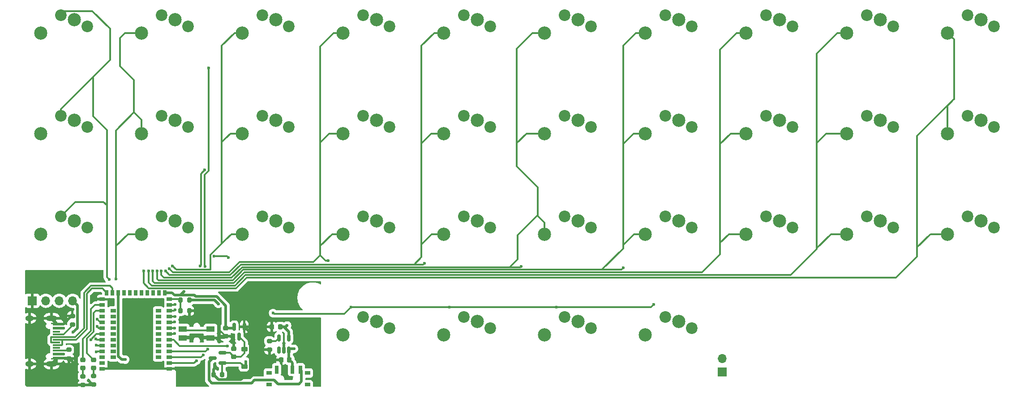
<source format=gbr>
%TF.GenerationSoftware,KiCad,Pcbnew,8.0.9-8.0.9-0~ubuntu22.04.1*%
%TF.CreationDate,2025-10-12T01:46:20+08:00*%
%TF.ProjectId,macropad,6d616372-6f70-4616-942e-6b696361645f,rev?*%
%TF.SameCoordinates,Original*%
%TF.FileFunction,Copper,L1,Top*%
%TF.FilePolarity,Positive*%
%FSLAX46Y46*%
G04 Gerber Fmt 4.6, Leading zero omitted, Abs format (unit mm)*
G04 Created by KiCad (PCBNEW 8.0.9-8.0.9-0~ubuntu22.04.1) date 2025-10-12 01:46:20*
%MOMM*%
%LPD*%
G01*
G04 APERTURE LIST*
G04 Aperture macros list*
%AMRoundRect*
0 Rectangle with rounded corners*
0 $1 Rounding radius*
0 $2 $3 $4 $5 $6 $7 $8 $9 X,Y pos of 4 corners*
0 Add a 4 corners polygon primitive as box body*
4,1,4,$2,$3,$4,$5,$6,$7,$8,$9,$2,$3,0*
0 Add four circle primitives for the rounded corners*
1,1,$1+$1,$2,$3*
1,1,$1+$1,$4,$5*
1,1,$1+$1,$6,$7*
1,1,$1+$1,$8,$9*
0 Add four rect primitives between the rounded corners*
20,1,$1+$1,$2,$3,$4,$5,0*
20,1,$1+$1,$4,$5,$6,$7,0*
20,1,$1+$1,$6,$7,$8,$9,0*
20,1,$1+$1,$8,$9,$2,$3,0*%
G04 Aperture macros list end*
%TA.AperFunction,SMDPad,CuDef*%
%ADD10RoundRect,0.200000X0.275000X-0.200000X0.275000X0.200000X-0.275000X0.200000X-0.275000X-0.200000X0*%
%TD*%
%TA.AperFunction,SMDPad,CuDef*%
%ADD11RoundRect,0.200000X-0.275000X0.200000X-0.275000X-0.200000X0.275000X-0.200000X0.275000X0.200000X0*%
%TD*%
%TA.AperFunction,ComponentPad*%
%ADD12R,1.700000X1.700000*%
%TD*%
%TA.AperFunction,ComponentPad*%
%ADD13O,1.700000X1.700000*%
%TD*%
%TA.AperFunction,ComponentPad*%
%ADD14C,2.500000*%
%TD*%
%TA.AperFunction,ComponentPad*%
%ADD15C,2.200000*%
%TD*%
%TA.AperFunction,SMDPad,CuDef*%
%ADD16RoundRect,0.218750X0.256250X-0.218750X0.256250X0.218750X-0.256250X0.218750X-0.256250X-0.218750X0*%
%TD*%
%TA.AperFunction,SMDPad,CuDef*%
%ADD17RoundRect,0.225000X-0.375000X0.225000X-0.375000X-0.225000X0.375000X-0.225000X0.375000X0.225000X0*%
%TD*%
%TA.AperFunction,SMDPad,CuDef*%
%ADD18RoundRect,0.225000X0.250000X-0.225000X0.250000X0.225000X-0.250000X0.225000X-0.250000X-0.225000X0*%
%TD*%
%TA.AperFunction,SMDPad,CuDef*%
%ADD19RoundRect,0.225000X-0.250000X0.225000X-0.250000X-0.225000X0.250000X-0.225000X0.250000X0.225000X0*%
%TD*%
%TA.AperFunction,SMDPad,CuDef*%
%ADD20RoundRect,0.150000X0.587500X0.150000X-0.587500X0.150000X-0.587500X-0.150000X0.587500X-0.150000X0*%
%TD*%
%TA.AperFunction,SMDPad,CuDef*%
%ADD21RoundRect,0.225000X0.225000X0.250000X-0.225000X0.250000X-0.225000X-0.250000X0.225000X-0.250000X0*%
%TD*%
%TA.AperFunction,SMDPad,CuDef*%
%ADD22RoundRect,0.150000X0.150000X-0.512500X0.150000X0.512500X-0.150000X0.512500X-0.150000X-0.512500X0*%
%TD*%
%TA.AperFunction,SMDPad,CuDef*%
%ADD23RoundRect,0.150000X-0.150000X0.587500X-0.150000X-0.587500X0.150000X-0.587500X0.150000X0.587500X0*%
%TD*%
%TA.AperFunction,SMDPad,CuDef*%
%ADD24RoundRect,0.200000X-0.200000X-0.275000X0.200000X-0.275000X0.200000X0.275000X-0.200000X0.275000X0*%
%TD*%
%TA.AperFunction,SMDPad,CuDef*%
%ADD25R,1.550000X1.000000*%
%TD*%
%TA.AperFunction,SMDPad,CuDef*%
%ADD26R,1.450000X0.600000*%
%TD*%
%TA.AperFunction,SMDPad,CuDef*%
%ADD27R,1.450000X0.300000*%
%TD*%
%TA.AperFunction,HeatsinkPad*%
%ADD28O,2.100000X1.000000*%
%TD*%
%TA.AperFunction,HeatsinkPad*%
%ADD29O,1.600000X1.000000*%
%TD*%
%TA.AperFunction,SMDPad,CuDef*%
%ADD30R,1.000000X0.800000*%
%TD*%
%TA.AperFunction,SMDPad,CuDef*%
%ADD31R,0.700000X1.500000*%
%TD*%
%TA.AperFunction,SMDPad,CuDef*%
%ADD32R,1.000000X0.700000*%
%TD*%
%TA.AperFunction,SMDPad,CuDef*%
%ADD33R,0.700000X1.000000*%
%TD*%
%TA.AperFunction,SMDPad,CuDef*%
%ADD34RoundRect,0.200000X0.200000X0.275000X-0.200000X0.275000X-0.200000X-0.275000X0.200000X-0.275000X0*%
%TD*%
%TA.AperFunction,ViaPad*%
%ADD35C,0.600000*%
%TD*%
%TA.AperFunction,Conductor*%
%ADD36C,0.300000*%
%TD*%
%TA.AperFunction,Conductor*%
%ADD37C,0.500000*%
%TD*%
G04 APERTURE END LIST*
D10*
%TO.P,R6,1*%
%TO.N,Net-(J1-CC1)*%
X126000000Y-100325000D03*
%TO.P,R6,2*%
%TO.N,GND*%
X126000000Y-98675000D03*
%TD*%
D11*
%TO.P,R5,1*%
%TO.N,Net-(J1-CC2)*%
X125350000Y-105075000D03*
%TO.P,R5,2*%
%TO.N,GND*%
X125350000Y-106725000D03*
%TD*%
D12*
%TO.P,JSWD1,1,Pin_1*%
%TO.N,GND*%
X118430000Y-95800000D03*
D13*
%TO.P,JSWD1,2,Pin_2*%
%TO.N,SWDCLK*%
X120970000Y-95800000D03*
%TO.P,JSWD1,3,Pin_3*%
%TO.N,SWDIO*%
X123510000Y-95800000D03*
%TO.P,JSWD1,4,Pin_4*%
%TO.N,+3V3*%
X126050000Y-95800000D03*
%TD*%
D12*
%TO.P,J2,1,Pin_1*%
%TO.N,+BATT*%
X248900000Y-109275723D03*
D13*
%TO.P,J2,2,Pin_2*%
%TO.N,GND*%
X248900000Y-106735723D03*
%TD*%
D14*
%TO.P,SW27,1,A*%
%TO.N,COL7*%
X234315000Y-102235000D03*
D15*
X238125000Y-98875000D03*
D14*
%TO.P,SW27,2,B*%
%TO.N,Net-(D25-A)*%
X240665000Y-99695000D03*
D15*
X243125000Y-100975000D03*
%TD*%
D14*
%TO.P,SW20,1,A*%
%TO.N,COL10*%
X291465000Y-83185000D03*
D15*
X295275000Y-79825000D03*
D14*
%TO.P,SW20,2,B*%
%TO.N,Net-(D40-A)*%
X297815000Y-80645000D03*
D15*
X300275000Y-81925000D03*
%TD*%
D14*
%TO.P,SW19,1,A*%
%TO.N,COL9*%
X272415000Y-83185000D03*
D15*
X276225000Y-79825000D03*
D14*
%TO.P,SW19,2,B*%
%TO.N,Net-(D36-A)*%
X278765000Y-80645000D03*
D15*
X281225000Y-81925000D03*
%TD*%
D14*
%TO.P,SW33,1,A*%
%TO.N,COL3*%
X158115000Y-45085000D03*
D15*
X161925000Y-41725000D03*
D14*
%TO.P,SW33,2,B*%
%TO.N,Net-(D10-A)*%
X164465000Y-42545000D03*
D15*
X166925000Y-43825000D03*
%TD*%
D14*
%TO.P,SW35,1,A*%
%TO.N,COL5*%
X196215000Y-45085000D03*
D15*
X200025000Y-41725000D03*
D14*
%TO.P,SW35,2,B*%
%TO.N,Net-(D18-A)*%
X202565000Y-42545000D03*
D15*
X205025000Y-43825000D03*
%TD*%
D14*
%TO.P,SW12,1,A*%
%TO.N,COL2*%
X139065000Y-83185000D03*
D15*
X142875000Y-79825000D03*
D14*
%TO.P,SW12,2,B*%
%TO.N,Net-(D8-A)*%
X145415000Y-80645000D03*
D15*
X147875000Y-81925000D03*
%TD*%
D14*
%TO.P,SW37,1,A*%
%TO.N,COL7*%
X234315000Y-45085000D03*
D15*
X238125000Y-41725000D03*
D14*
%TO.P,SW37,2,B*%
%TO.N,Net-(D26-A)*%
X240665000Y-42545000D03*
D15*
X243125000Y-43825000D03*
%TD*%
D14*
%TO.P,SW26,1,A*%
%TO.N,COL6*%
X215265000Y-102235000D03*
D15*
X219075000Y-98875000D03*
D14*
%TO.P,SW26,2,B*%
%TO.N,Net-(D21-A)*%
X221615000Y-99695000D03*
D15*
X224075000Y-100975000D03*
%TD*%
D14*
%TO.P,SW32,1,A*%
%TO.N,COL2*%
X139065000Y-45085000D03*
D15*
X142875000Y-41725000D03*
D14*
%TO.P,SW32,2,B*%
%TO.N,Net-(D6-A)*%
X145415000Y-42545000D03*
D15*
X147875000Y-43825000D03*
%TD*%
D14*
%TO.P,SW15,1,A*%
%TO.N,COL5*%
X196215000Y-83185000D03*
D15*
X200025000Y-79825000D03*
D14*
%TO.P,SW15,2,B*%
%TO.N,Net-(D20-A)*%
X202565000Y-80645000D03*
D15*
X205025000Y-81925000D03*
%TD*%
D14*
%TO.P,SW7,1,A*%
%TO.N,COL7*%
X234315000Y-64135000D03*
D15*
X238125000Y-60775000D03*
D14*
%TO.P,SW7,2,B*%
%TO.N,Net-(D27-A)*%
X240665000Y-61595000D03*
D15*
X243125000Y-62875000D03*
%TD*%
D14*
%TO.P,SW34,1,A*%
%TO.N,COL4*%
X177165000Y-45085000D03*
D15*
X180975000Y-41725000D03*
D14*
%TO.P,SW34,2,B*%
%TO.N,Net-(D14-A)*%
X183515000Y-42545000D03*
D15*
X185975000Y-43825000D03*
%TD*%
D14*
%TO.P,SW25,1,A*%
%TO.N,COL5*%
X196215000Y-102235000D03*
D15*
X200025000Y-98875000D03*
D14*
%TO.P,SW25,2,B*%
%TO.N,Net-(D17-A)*%
X202565000Y-99695000D03*
D15*
X205025000Y-100975000D03*
%TD*%
D14*
%TO.P,SW38,1,A*%
%TO.N,COL8*%
X253365000Y-45085000D03*
D15*
X257175000Y-41725000D03*
D14*
%TO.P,SW38,2,B*%
%TO.N,Net-(D30-A)*%
X259715000Y-42545000D03*
D15*
X262175000Y-43825000D03*
%TD*%
D14*
%TO.P,SW31,1,A*%
%TO.N,COL1*%
X120015000Y-45085000D03*
D15*
X123825000Y-41725000D03*
D14*
%TO.P,SW31,2,B*%
%TO.N,Net-(D1-A)*%
X126365000Y-42545000D03*
D15*
X128825000Y-43825000D03*
%TD*%
D14*
%TO.P,SW13,1,A*%
%TO.N,COL3*%
X158115000Y-83185000D03*
D15*
X161925000Y-79825000D03*
D14*
%TO.P,SW13,2,B*%
%TO.N,Net-(D12-A)*%
X164465000Y-80645000D03*
D15*
X166925000Y-81925000D03*
%TD*%
D14*
%TO.P,SW6,1,A*%
%TO.N,COL6*%
X215265000Y-64135000D03*
D15*
X219075000Y-60775000D03*
D14*
%TO.P,SW6,2,B*%
%TO.N,Net-(D23-A)*%
X221615000Y-61595000D03*
D15*
X224075000Y-62875000D03*
%TD*%
D14*
%TO.P,SW2,1,A*%
%TO.N,COL2*%
X139065000Y-64135000D03*
D15*
X142875000Y-60775000D03*
D14*
%TO.P,SW2,2,B*%
%TO.N,Net-(D7-A)*%
X145415000Y-61595000D03*
D15*
X147875000Y-62875000D03*
%TD*%
D14*
%TO.P,SW3,1,A*%
%TO.N,COL3*%
X158115000Y-64135000D03*
D15*
X161925000Y-60775000D03*
D14*
%TO.P,SW3,2,B*%
%TO.N,Net-(D11-A)*%
X164465000Y-61595000D03*
D15*
X166925000Y-62875000D03*
%TD*%
D14*
%TO.P,SW11,1,A*%
%TO.N,COL1*%
X120015000Y-83185000D03*
D15*
X123825000Y-79825000D03*
D14*
%TO.P,SW11,2,B*%
%TO.N,Net-(D3-A)*%
X126365000Y-80645000D03*
D15*
X128825000Y-81925000D03*
%TD*%
D14*
%TO.P,SW24,1,A*%
%TO.N,COL4*%
X177165000Y-102235000D03*
D15*
X180975000Y-98875000D03*
D14*
%TO.P,SW24,2,B*%
%TO.N,Net-(D13-A)*%
X183515000Y-99695000D03*
D15*
X185975000Y-100975000D03*
%TD*%
D14*
%TO.P,SW1,1,A*%
%TO.N,COL1*%
X120015000Y-64135000D03*
D15*
X123825000Y-60775000D03*
D14*
%TO.P,SW1,2,B*%
%TO.N,Net-(D2-A)*%
X126365000Y-61595000D03*
D15*
X128825000Y-62875000D03*
%TD*%
D14*
%TO.P,SW39,1,A*%
%TO.N,COL9*%
X272415000Y-45085000D03*
D15*
X276225000Y-41725000D03*
D14*
%TO.P,SW39,2,B*%
%TO.N,Net-(D34-A)*%
X278765000Y-42545000D03*
D15*
X281225000Y-43825000D03*
%TD*%
D14*
%TO.P,SW4,1,A*%
%TO.N,COL4*%
X177165000Y-64135000D03*
D15*
X180975000Y-60775000D03*
D14*
%TO.P,SW4,2,B*%
%TO.N,Net-(D15-A)*%
X183515000Y-61595000D03*
D15*
X185975000Y-62875000D03*
%TD*%
D14*
%TO.P,SW8,1,A*%
%TO.N,COL8*%
X253365000Y-64135000D03*
D15*
X257175000Y-60775000D03*
D14*
%TO.P,SW8,2,B*%
%TO.N,Net-(D31-A)*%
X259715000Y-61595000D03*
D15*
X262175000Y-62875000D03*
%TD*%
D14*
%TO.P,SW5,1,A*%
%TO.N,COL5*%
X196215000Y-64135000D03*
D15*
X200025000Y-60775000D03*
D14*
%TO.P,SW5,2,B*%
%TO.N,Net-(D19-A)*%
X202565000Y-61595000D03*
D15*
X205025000Y-62875000D03*
%TD*%
D14*
%TO.P,SW40,1,A*%
%TO.N,COL10*%
X291465000Y-45085000D03*
D15*
X295275000Y-41725000D03*
D14*
%TO.P,SW40,2,B*%
%TO.N,Net-(D38-A)*%
X297815000Y-42545000D03*
D15*
X300275000Y-43825000D03*
%TD*%
D14*
%TO.P,SW10,1,A*%
%TO.N,COL10*%
X291465000Y-64185000D03*
D15*
X295275000Y-60825000D03*
D14*
%TO.P,SW10,2,B*%
%TO.N,Net-(D39-A)*%
X297815000Y-61645000D03*
D15*
X300275000Y-62925000D03*
%TD*%
D14*
%TO.P,SW17,1,A*%
%TO.N,COL7*%
X234315000Y-83185000D03*
D15*
X238125000Y-79825000D03*
D14*
%TO.P,SW17,2,B*%
%TO.N,Net-(D28-A)*%
X240665000Y-80645000D03*
D15*
X243125000Y-81925000D03*
%TD*%
D14*
%TO.P,SW16,1,A*%
%TO.N,COL6*%
X215265000Y-83185000D03*
D15*
X219075000Y-79825000D03*
D14*
%TO.P,SW16,2,B*%
%TO.N,Net-(D24-A)*%
X221615000Y-80645000D03*
D15*
X224075000Y-81925000D03*
%TD*%
D14*
%TO.P,SW14,1,A*%
%TO.N,COL4*%
X177165000Y-83185000D03*
D15*
X180975000Y-79825000D03*
D14*
%TO.P,SW14,2,B*%
%TO.N,Net-(D16-A)*%
X183515000Y-80645000D03*
D15*
X185975000Y-81925000D03*
%TD*%
D14*
%TO.P,SW18,1,A*%
%TO.N,COL8*%
X253365000Y-83185000D03*
D15*
X257175000Y-79825000D03*
D14*
%TO.P,SW18,2,B*%
%TO.N,Net-(D32-A)*%
X259715000Y-80645000D03*
D15*
X262175000Y-81925000D03*
%TD*%
D14*
%TO.P,SW36,1,A*%
%TO.N,COL6*%
X215265000Y-45085000D03*
D15*
X219075000Y-41725000D03*
D14*
%TO.P,SW36,2,B*%
%TO.N,Net-(D22-A)*%
X221615000Y-42545000D03*
D15*
X224075000Y-43825000D03*
%TD*%
D14*
%TO.P,SW9,1,A*%
%TO.N,COL9*%
X272415000Y-64135000D03*
D15*
X276225000Y-60775000D03*
D14*
%TO.P,SW9,2,B*%
%TO.N,Net-(D35-A)*%
X278765000Y-61595000D03*
D15*
X281225000Y-62875000D03*
%TD*%
D11*
%TO.P,R8,1*%
%TO.N,Net-(D9-K)*%
X128000000Y-110112500D03*
%TO.P,R8,2*%
%TO.N,GND*%
X128000000Y-111762500D03*
%TD*%
%TO.P,R4,1*%
%TO.N,Net-(D4-K)*%
X130000000Y-110032500D03*
%TO.P,R4,2*%
%TO.N,GND*%
X130000000Y-111682500D03*
%TD*%
D16*
%TO.P,D9,1,K*%
%TO.N,Net-(D9-K)*%
X128000000Y-108575000D03*
%TO.P,D9,2,A*%
%TO.N,GREEN_LED*%
X128000000Y-107000000D03*
%TD*%
%TO.P,D4,1,K*%
%TO.N,Net-(D4-K)*%
X130000000Y-108575000D03*
%TO.P,D4,2,A*%
%TO.N,BLUE_LED*%
X130000000Y-107000000D03*
%TD*%
D17*
%TO.P,D5,1,K*%
%TO.N,Net-(D5-K)*%
X158550000Y-105000000D03*
%TO.P,D5,2,A*%
%TO.N,VBUS*%
X158550000Y-108300000D03*
%TD*%
D18*
%TO.P,C3,1*%
%TO.N,Net-(D5-K)*%
X156550000Y-106425000D03*
%TO.P,C3,2*%
%TO.N,GND*%
X156550000Y-104875000D03*
%TD*%
D19*
%TO.P,C4,1*%
%TO.N,+3V3*%
X155000000Y-101000000D03*
%TO.P,C4,2*%
%TO.N,GND*%
X155000000Y-102550000D03*
%TD*%
D20*
%TO.P,Q1,1,G*%
%TO.N,VBUS*%
X154425000Y-107600000D03*
%TO.P,Q1,2,S*%
%TO.N,Net-(D5-K)*%
X154425000Y-105700000D03*
%TO.P,Q1,3,D*%
%TO.N,Net-(Q1-D)*%
X152550000Y-106650000D03*
%TD*%
D21*
%TO.P,C1,1*%
%TO.N,VBUS*%
X165275000Y-100750000D03*
%TO.P,C1,2*%
%TO.N,GND*%
X163725000Y-100750000D03*
%TD*%
%TO.P,C2,1*%
%TO.N,+BATT*%
X167050000Y-107000000D03*
%TO.P,C2,2*%
%TO.N,GND*%
X165500000Y-107000000D03*
%TD*%
D22*
%TO.P,U2,1,STAT*%
%TO.N,unconnected-(U2-STAT-Pad1)*%
X165050000Y-105137500D03*
%TO.P,U2,2,VSS*%
%TO.N,GND*%
X166000000Y-105137500D03*
%TO.P,U2,3,VBAT*%
%TO.N,+BATT*%
X166950000Y-105137500D03*
%TO.P,U2,4,VDD*%
%TO.N,VBUS*%
X166950000Y-102862500D03*
%TO.P,U2,5,PROG*%
%TO.N,Net-(U2-PROG)*%
X165050000Y-102862500D03*
%TD*%
D23*
%TO.P,U3,1,GND*%
%TO.N,GND*%
X158500000Y-100775000D03*
%TO.P,U3,2,VO*%
%TO.N,+3V3*%
X156600000Y-100775000D03*
%TO.P,U3,3,VI*%
%TO.N,Net-(D5-K)*%
X157550000Y-102650000D03*
%TD*%
D24*
%TO.P,R7,1*%
%TO.N,GND*%
X152675000Y-109775000D03*
%TO.P,R7,2*%
%TO.N,VBUS*%
X154325000Y-109775000D03*
%TD*%
D11*
%TO.P,R1,1*%
%TO.N,Net-(U2-PROG)*%
X163250000Y-103425000D03*
%TO.P,R1,2*%
%TO.N,GND*%
X163250000Y-105075000D03*
%TD*%
D25*
%TO.P,R_TACT1,1,1*%
%TO.N,RESET*%
X146875000Y-101150000D03*
X152125000Y-101150000D03*
%TO.P,R_TACT1,2,2*%
%TO.N,GND*%
X146875000Y-102850000D03*
X152125000Y-102850000D03*
%TD*%
D26*
%TO.P,J1,A1,GND*%
%TO.N,GND*%
X123000000Y-100200000D03*
%TO.P,J1,A4,VBUS*%
%TO.N,VBUS*%
X123000000Y-101000000D03*
D27*
%TO.P,J1,A5,CC1*%
%TO.N,Net-(J1-CC1)*%
X123000000Y-102200000D03*
%TO.P,J1,A6,D+*%
%TO.N,D+*%
X123000000Y-103200000D03*
%TO.P,J1,A7,D-*%
%TO.N,D-*%
X123000000Y-103700000D03*
%TO.P,J1,A8*%
%TO.N,N/C*%
X123000000Y-104700000D03*
D26*
%TO.P,J1,A9,VBUS*%
%TO.N,VBUS*%
X123000000Y-105900000D03*
%TO.P,J1,A12,GND*%
%TO.N,GND*%
X123000000Y-106700000D03*
%TO.P,J1,B1,GND*%
X123000000Y-106700000D03*
%TO.P,J1,B4,VBUS*%
%TO.N,VBUS*%
X123000000Y-105900000D03*
D27*
%TO.P,J1,B5,CC2*%
%TO.N,Net-(J1-CC2)*%
X123000000Y-105200000D03*
%TO.P,J1,B6,D+*%
%TO.N,D+*%
X123000000Y-104200000D03*
%TO.P,J1,B7,D-*%
%TO.N,D-*%
X123000000Y-102700000D03*
%TO.P,J1,B8*%
%TO.N,N/C*%
X123000000Y-101700000D03*
D26*
%TO.P,J1,B9,VBUS*%
%TO.N,VBUS*%
X123000000Y-101000000D03*
%TO.P,J1,B12,GND*%
%TO.N,GND*%
X123000000Y-100200000D03*
D28*
%TO.P,J1,S1,SHIELD*%
X122085000Y-99130000D03*
D29*
X117905000Y-99130000D03*
D28*
X122085000Y-107770000D03*
D29*
X117905000Y-107770000D03*
%TD*%
D30*
%TO.P,SW21,*%
%TO.N,*%
X163200000Y-109500000D03*
X163200000Y-111710000D03*
X170500000Y-109500000D03*
X170500000Y-111710000D03*
D31*
%TO.P,SW21,1,A*%
%TO.N,unconnected-(SW21-A-Pad1)*%
X164600000Y-108850000D03*
%TO.P,SW21,2,B*%
%TO.N,+BATT*%
X167600000Y-108850000D03*
%TO.P,SW21,3,C*%
%TO.N,Net-(Q1-D)*%
X169100000Y-108850000D03*
%TD*%
D32*
%TO.P,U1,1,GND*%
%TO.N,GND*%
X144350000Y-108700000D03*
%TO.P,U1,2,P1_11*%
%TO.N,ROW2*%
X144350000Y-107600000D03*
%TO.P,U1,3,P1_10*%
%TO.N,ROW1*%
X144350000Y-106500000D03*
%TO.P,U1,4,P1_13*%
%TO.N,ROW3*%
X144350000Y-105400000D03*
%TO.P,U1,5,P1_15*%
%TO.N,unconnected-(U1-P1_15-Pad5)*%
X144350000Y-104300000D03*
%TO.P,U1,6,P0_03*%
%TO.N,ROW4*%
X144350000Y-103199999D03*
%TO.P,U1,7,P0_02*%
%TO.N,COL10*%
X144350000Y-102100000D03*
%TO.P,U1,8,P0_28*%
%TO.N,COL9*%
X144350000Y-100999999D03*
%TO.P,U1,9,P0_29*%
%TO.N,COL8*%
X144350000Y-99900000D03*
%TO.P,U1,10,P0_30*%
%TO.N,COL7*%
X144350001Y-98800000D03*
%TO.P,U1,11,P0_31*%
%TO.N,COL6*%
X144350000Y-97700000D03*
%TO.P,U1,12,P0_04*%
%TO.N,COL5*%
X144350000Y-96600001D03*
%TO.P,U1,13,P0_05*%
%TO.N,VSENSE*%
X144350000Y-95500000D03*
D33*
%TO.P,U1,14,VDD_NRF*%
%TO.N,+3V3*%
X143500000Y-94300000D03*
%TO.P,U1,15,P0_07*%
%TO.N,unconnected-(U1-P0_07-Pad15)*%
X142400000Y-94300000D03*
%TO.P,U1,16,P1_09*%
%TO.N,unconnected-(U1-P1_09-Pad16)*%
X141299999Y-94300000D03*
%TO.P,U1,17,P0_12*%
%TO.N,unconnected-(U1-P0_12-Pad17)*%
X140200000Y-94300000D03*
%TO.P,U1,18,P0_23*%
%TO.N,unconnected-(U1-P0_23-Pad18)*%
X139099999Y-94300000D03*
%TO.P,U1,19,P0_21*%
%TO.N,unconnected-(U1-P0_21-Pad19)*%
X138000000Y-94300000D03*
%TO.P,U1,20,P0_19*%
%TO.N,unconnected-(U1-P0_19-Pad20)*%
X136900001Y-94300000D03*
%TO.P,U1,21,P0_18*%
%TO.N,unconnected-(U1-P0_18-Pad21)*%
X135800000Y-94300000D03*
%TO.P,U1,22,VBUS*%
%TO.N,VBUS*%
X134700001Y-94300000D03*
%TO.P,U1,23,DN*%
%TO.N,D-*%
X133600000Y-94300000D03*
%TO.P,U1,24,DP*%
%TO.N,D+*%
X132500000Y-94300000D03*
D32*
%TO.P,U1,25,GND*%
%TO.N,GND*%
X131650000Y-95500000D03*
%TO.P,U1,26,P0_22*%
%TO.N,GREEN_LED*%
X131650000Y-96600001D03*
%TO.P,U1,27,P1_00*%
%TO.N,BLUE_LED*%
X131650000Y-97700000D03*
%TO.P,U1,28,P1_03*%
%TO.N,unconnected-(U1-P1_03-Pad28)*%
X131649999Y-98800000D03*
%TO.P,U1,29,P1_01*%
%TO.N,COL1*%
X131650000Y-99900000D03*
%TO.P,U1,30,P1_02*%
%TO.N,COL2*%
X131650000Y-100999999D03*
%TO.P,U1,31,SWDCLK*%
%TO.N,SWDCLK*%
X131650000Y-102100000D03*
%TO.P,U1,32,SWDIO*%
%TO.N,SWDIO*%
X131650000Y-103199999D03*
%TO.P,U1,33,P1_04*%
%TO.N,COL3*%
X131650000Y-104300000D03*
%TO.P,U1,34,P1_06*%
%TO.N,COL4*%
X131650000Y-105400000D03*
%TO.P,U1,35,P0_09*%
%TO.N,unconnected-(U1-P0_09-Pad35)*%
X131650000Y-106500000D03*
%TO.P,U1,36,P0_10*%
%TO.N,unconnected-(U1-P0_10-Pad36)*%
X131650000Y-107600000D03*
%TO.P,U1,37,GND*%
%TO.N,GND*%
X131650000Y-108700000D03*
%TO.P,U1,38,P1_14*%
%TO.N,unconnected-(U1-P1_14-Pad38)*%
X142250000Y-106500000D03*
%TO.P,U1,39,P1_12*%
%TO.N,unconnected-(U1-P1_12-Pad39)*%
X142250000Y-105400000D03*
%TO.P,U1,40,P0_25*%
%TO.N,unconnected-(U1-P0_25-Pad40)*%
X142250000Y-104300000D03*
%TO.P,U1,41,P0_11*%
%TO.N,unconnected-(U1-P0_11-Pad41)*%
X142250000Y-103200000D03*
%TO.P,U1,42,P1_08*%
%TO.N,unconnected-(U1-P1_08-Pad42)*%
X142250000Y-102100000D03*
%TO.P,U1,43,P0_27*%
%TO.N,unconnected-(U1-P0_27-Pad43)*%
X142250000Y-101000000D03*
%TO.P,U1,44,P0_08*%
%TO.N,unconnected-(U1-P0_08-Pad44)*%
X142250000Y-99900000D03*
%TO.P,U1,45,P0_06*%
%TO.N,unconnected-(U1-P0_06-Pad45)*%
X142250000Y-98800000D03*
%TO.P,U1,46,P0_26*%
%TO.N,unconnected-(U1-P0_26-Pad46)*%
X142250000Y-97700000D03*
%TO.P,U1,47,P1_07*%
%TO.N,unconnected-(U1-P1_07-Pad47)*%
X133750000Y-106500000D03*
%TO.P,U1,48,P1_05*%
%TO.N,unconnected-(U1-P1_05-Pad48)*%
X133750000Y-105400000D03*
%TO.P,U1,49,P0_24*%
%TO.N,unconnected-(U1-P0_24-Pad49)*%
X133750000Y-104300000D03*
%TO.P,U1,50,P0_20*%
%TO.N,unconnected-(U1-P0_20-Pad50)*%
X133750000Y-103200000D03*
%TO.P,U1,51,P0_17*%
%TO.N,unconnected-(U1-P0_17-Pad51)*%
X133750000Y-102100000D03*
%TO.P,U1,52,P0_15*%
%TO.N,unconnected-(U1-P0_15-Pad52)*%
X133750000Y-101000000D03*
%TO.P,U1,53,P0_14*%
%TO.N,unconnected-(U1-P0_14-Pad53)*%
X133750000Y-99900000D03*
%TO.P,U1,54,P0_13*%
%TO.N,unconnected-(U1-P0_13-Pad54)*%
X133750000Y-98800000D03*
%TO.P,U1,55,P0_16*%
%TO.N,unconnected-(U1-P0_16-Pad55)*%
X133750000Y-97700000D03*
%TD*%
D34*
%TO.P,R2,1*%
%TO.N,+BATT*%
X148100000Y-95700000D03*
%TO.P,R2,2*%
%TO.N,VSENSE*%
X146450000Y-95700000D03*
%TD*%
D24*
%TO.P,R3,1*%
%TO.N,VSENSE*%
X146450000Y-97700000D03*
%TO.P,R3,2*%
%TO.N,GND*%
X148100000Y-97700000D03*
%TD*%
D35*
%TO.N,GND*%
X130100000Y-95500000D03*
X152900000Y-108600000D03*
X166000000Y-103900000D03*
X172400000Y-107700000D03*
X149500000Y-98900000D03*
X148500000Y-99400000D03*
X160200000Y-98500000D03*
X158400000Y-98300000D03*
X148400000Y-110100000D03*
X146800000Y-110100000D03*
X171600000Y-104900000D03*
X171600000Y-103500000D03*
X171600000Y-102200000D03*
X164700000Y-94700000D03*
X163300000Y-94700000D03*
X161900000Y-94700000D03*
X150700000Y-107350000D03*
X153800000Y-103600000D03*
X137000000Y-102000000D03*
X139000000Y-102000000D03*
X139000000Y-104000000D03*
X137000000Y-104000000D03*
X124000000Y-92000000D03*
X122000000Y-92000000D03*
X120000000Y-92000000D03*
X126150000Y-97450000D03*
X133550000Y-108500000D03*
X129050000Y-110950000D03*
%TO.N,+3V3*%
X147150000Y-94100000D03*
X126150000Y-101750000D03*
%TO.N,COL7*%
X230150000Y-89600000D03*
%TO.N,COL6*%
X210850000Y-89300000D03*
%TO.N,COL5*%
X192550000Y-88700000D03*
%TO.N,ROW4*%
X235950000Y-96500000D03*
X217550000Y-97000000D03*
X197350000Y-97000000D03*
%TO.N,COL4*%
X174400000Y-88200000D03*
%TO.N,COL10*%
X139450000Y-90200000D03*
X145350000Y-102000000D03*
%TO.N,COL9*%
X140400000Y-90200000D03*
X145350000Y-101000000D03*
%TO.N,COL8*%
X141203989Y-90200000D03*
X145350000Y-99850000D03*
%TO.N,COL7*%
X142003992Y-90200000D03*
X145400000Y-98800000D03*
%TO.N,COL6*%
X142803995Y-90200000D03*
X145400000Y-97550000D03*
%TO.N,COL5*%
X143603998Y-90200000D03*
X145450000Y-96500000D03*
%TO.N,COL4*%
X144308046Y-89738140D03*
X130550000Y-105450000D03*
%TO.N,COL3*%
X130550000Y-104250000D03*
X144900000Y-89200000D03*
%TO.N,COL2*%
X134200000Y-91700000D03*
X130650000Y-100700000D03*
%TO.N,COL1*%
X130650000Y-99300000D03*
X132950000Y-91750000D03*
%TO.N,ROW3*%
X155475000Y-87625000D03*
X152750000Y-87400000D03*
%TO.N,ROW2*%
X151000000Y-71050000D03*
%TO.N,ROW1*%
X151800000Y-51700000D03*
%TO.N,ROW2*%
X150200000Y-89200000D03*
X149450000Y-107150000D03*
%TO.N,ROW1*%
X150750000Y-106100000D03*
X151050000Y-89300000D03*
%TO.N,ROW3*%
X151600000Y-105000000D03*
%TO.N,ROW4*%
X163950000Y-98150000D03*
X155350000Y-104350000D03*
X178650000Y-97050000D03*
%TO.N,SWDIO*%
X130472793Y-103072793D03*
%TO.N,SWDCLK*%
X129463173Y-103163173D03*
%TO.N,VBUS*%
X124300000Y-101000000D03*
X124300000Y-105950000D03*
X136000000Y-106950000D03*
X158775000Y-107325000D03*
X166600000Y-100500000D03*
%TO.N,+BATT*%
X167900000Y-104900000D03*
X153600000Y-96400000D03*
%TD*%
D36*
%TO.N,COL1*%
X123825000Y-60775000D02*
X123825000Y-59475000D01*
X123825000Y-59475000D02*
X129900000Y-53400000D01*
%TO.N,GND*%
X148100000Y-97700000D02*
X152700000Y-97700000D01*
X152700000Y-97700000D02*
X153800000Y-98800000D01*
X153800000Y-98800000D02*
X153800000Y-101350000D01*
X153800000Y-101350000D02*
X155000000Y-102550000D01*
D37*
X163250000Y-105075000D02*
X163250000Y-106150000D01*
X163250000Y-106150000D02*
X164100000Y-107000000D01*
X164100000Y-107000000D02*
X165500000Y-107000000D01*
X123000000Y-106700000D02*
X125325000Y-106700000D01*
X125325000Y-106700000D02*
X126000000Y-107375000D01*
X126000000Y-107375000D02*
X126000000Y-110850000D01*
X126000000Y-110850000D02*
X126912500Y-111762500D01*
X126912500Y-111762500D02*
X128000000Y-111762500D01*
D36*
%TO.N,COL8*%
X248450000Y-87050000D02*
X248450000Y-85200000D01*
X248450000Y-85200000D02*
X248450000Y-66150000D01*
X253365000Y-83185000D02*
X250115000Y-83185000D01*
X250115000Y-83185000D02*
X248450000Y-84850000D01*
X248450000Y-84850000D02*
X248450000Y-85200000D01*
D37*
%TO.N,GND*%
X152900000Y-108600000D02*
X152675000Y-108825000D01*
X152675000Y-108825000D02*
X152675000Y-109775000D01*
X166000000Y-105137500D02*
X166000000Y-103900000D01*
%TO.N,Net-(Q1-D)*%
X169100000Y-108850000D02*
X169300000Y-109050000D01*
X169300000Y-111100000D02*
X168840000Y-111560000D01*
X164150000Y-110860000D02*
X160440000Y-110860000D01*
X169300000Y-109050000D02*
X169300000Y-111100000D01*
X168840000Y-111560000D02*
X164850000Y-111560000D01*
X164850000Y-111560000D02*
X164150000Y-110860000D01*
X160440000Y-110860000D02*
X159900000Y-111400000D01*
X159900000Y-111400000D02*
X158600000Y-111400000D01*
D36*
%TO.N,ROW3*%
X152750000Y-87400000D02*
X155250000Y-87400000D01*
X155250000Y-87400000D02*
X155475000Y-87625000D01*
%TO.N,COL3*%
X144900000Y-89200000D02*
X145650000Y-89950000D01*
X145650000Y-89950000D02*
X152100000Y-89950000D01*
X152100000Y-89950000D02*
X152100000Y-87100000D01*
X152100000Y-87100000D02*
X154200000Y-85000000D01*
X154200000Y-85000000D02*
X154250000Y-85000000D01*
%TO.N,ROW1*%
X151050000Y-89300000D02*
X151000000Y-89250000D01*
X151000000Y-71969239D02*
X151800000Y-71169239D01*
X151000000Y-89250000D02*
X151000000Y-71969239D01*
X151800000Y-71169239D02*
X151800000Y-51700000D01*
%TO.N,ROW2*%
X150200000Y-89200000D02*
X150300000Y-89100000D01*
X150300000Y-89100000D02*
X150300000Y-71750000D01*
X150300000Y-71750000D02*
X151000000Y-71050000D01*
%TO.N,GND*%
X152125000Y-102850000D02*
X153050000Y-102850000D01*
X153050000Y-102850000D02*
X153800000Y-103600000D01*
D37*
%TO.N,VBUS*%
X136000000Y-106950000D02*
X135350000Y-106950000D01*
X134700001Y-106300001D02*
X134700001Y-94300000D01*
X135350000Y-106950000D02*
X134700001Y-106300001D01*
D36*
%TO.N,Net-(U2-PROG)*%
X163250000Y-103425000D02*
X164487500Y-103425000D01*
X164487500Y-103425000D02*
X165050000Y-102862500D01*
%TO.N,GND*%
X133350000Y-108700000D02*
X133550000Y-108500000D01*
X131650000Y-108700000D02*
X133350000Y-108700000D01*
%TO.N,ROW1*%
X150350000Y-106500000D02*
X144350000Y-106500000D01*
X150750000Y-106100000D02*
X150350000Y-106500000D01*
%TO.N,ROW2*%
X149450000Y-107150000D02*
X149000000Y-107600000D01*
X149000000Y-107600000D02*
X144350000Y-107600000D01*
D37*
%TO.N,GND*%
X129782500Y-111682500D02*
X129050000Y-110950000D01*
X130000000Y-111682500D02*
X129782500Y-111682500D01*
%TO.N,+3V3*%
X146450000Y-94750000D02*
X145300000Y-94750000D01*
X147100000Y-94100000D02*
X147150000Y-94100000D01*
X149100000Y-94750000D02*
X146450000Y-94750000D01*
X126925000Y-100975000D02*
X126925000Y-96675000D01*
X146450000Y-94750000D02*
X147100000Y-94100000D01*
X126925000Y-96675000D02*
X126050000Y-95800000D01*
X126150000Y-101750000D02*
X126925000Y-100975000D01*
D36*
%TO.N,COL7*%
X226100000Y-89950000D02*
X229800000Y-89950000D01*
X229800000Y-89950000D02*
X230150000Y-89600000D01*
%TO.N,COL6*%
X210700000Y-89450000D02*
X210850000Y-89300000D01*
X208650000Y-89450000D02*
X210700000Y-89450000D01*
%TO.N,COL5*%
X192300000Y-88950000D02*
X192550000Y-88700000D01*
X190450000Y-88950000D02*
X192300000Y-88950000D01*
X157857106Y-88950000D02*
X190450000Y-88950000D01*
X190450000Y-88950000D02*
X190600000Y-88950000D01*
%TO.N,COL4*%
X172850000Y-85450000D02*
X172850000Y-66200000D01*
X172850000Y-87200000D02*
X172850000Y-85450000D01*
X172850000Y-85450000D02*
X175115000Y-83185000D01*
X175115000Y-83185000D02*
X177165000Y-83185000D01*
%TO.N,ROW4*%
X217550000Y-97000000D02*
X235450000Y-97000000D01*
X217550000Y-97000000D02*
X197350000Y-97000000D01*
X235450000Y-97000000D02*
X235950000Y-96500000D01*
X197350000Y-97000000D02*
X197300000Y-97050000D01*
X197300000Y-97050000D02*
X178650000Y-97050000D01*
%TO.N,COL4*%
X173850000Y-88200000D02*
X174400000Y-88200000D01*
X172850000Y-87200000D02*
X173850000Y-88200000D01*
%TO.N,COL6*%
X142803995Y-90200000D02*
X142803995Y-90953995D01*
X142803995Y-90953995D02*
X143300000Y-91450000D01*
X158100000Y-89450000D02*
X208650000Y-89450000D01*
X143300000Y-91450000D02*
X156100000Y-91450000D01*
X210150000Y-87950000D02*
X210150000Y-83400000D01*
X156100000Y-91450000D02*
X158100000Y-89450000D01*
X208650000Y-89450000D02*
X210150000Y-87950000D01*
X210150000Y-83400000D02*
X214000000Y-79550000D01*
%TO.N,COL4*%
X144308046Y-89738140D02*
X145019906Y-90450000D01*
X145019906Y-90450000D02*
X155650000Y-90450000D01*
X155650000Y-90450000D02*
X157650000Y-88450000D01*
X157650000Y-88450000D02*
X171600000Y-88450000D01*
X171600000Y-88450000D02*
X172850000Y-87200000D01*
%TO.N,COL5*%
X143603998Y-90200000D02*
X144353998Y-90950000D01*
X144353998Y-90950000D02*
X155857106Y-90950000D01*
X155857106Y-90950000D02*
X157857106Y-88950000D01*
X190600000Y-88950000D02*
X192000000Y-87550000D01*
X192000000Y-87550000D02*
X192000000Y-85150000D01*
%TO.N,COL7*%
X142003992Y-90200000D02*
X142003992Y-91650000D01*
X142003992Y-91650000D02*
X142303992Y-91950000D01*
X142303992Y-91950000D02*
X156307107Y-91950000D01*
X156307107Y-91950000D02*
X158307107Y-89950000D01*
X158307107Y-89950000D02*
X226100000Y-89950000D01*
X226100000Y-89950000D02*
X230150000Y-85900000D01*
%TO.N,COL8*%
X141203989Y-90200000D02*
X141203989Y-92153989D01*
X141203989Y-92153989D02*
X141500000Y-92450000D01*
X141500000Y-92450000D02*
X156514214Y-92450000D01*
X156514214Y-92450000D02*
X158514214Y-90450000D01*
X158514214Y-90450000D02*
X245050000Y-90450000D01*
X245050000Y-90450000D02*
X248450000Y-87050000D01*
%TO.N,COL9*%
X140400000Y-90200000D02*
X140400000Y-92350000D01*
X140400000Y-92350000D02*
X141000000Y-92950000D01*
X141000000Y-92950000D02*
X156721321Y-92950000D01*
X261850000Y-90950000D02*
X266750000Y-86050000D01*
X156721321Y-92950000D02*
X158721321Y-90950000D01*
X158721321Y-90950000D02*
X261850000Y-90950000D01*
%TO.N,COL10*%
X139450000Y-90200000D02*
X139450000Y-92450000D01*
X139450000Y-92450000D02*
X140450000Y-93450000D01*
X140450000Y-93450000D02*
X156928428Y-93450000D01*
X156928428Y-93450000D02*
X158928428Y-91450000D01*
X158928428Y-91450000D02*
X281750000Y-91450000D01*
X281750000Y-91450000D02*
X285750000Y-87450000D01*
%TO.N,COL6*%
X214000000Y-79550000D02*
X214000000Y-79750000D01*
X214000000Y-79750000D02*
X215265000Y-81015000D01*
X215265000Y-81015000D02*
X215265000Y-83185000D01*
X210050000Y-70350000D02*
X210050000Y-67250000D01*
X210050000Y-67250000D02*
X210050000Y-48050000D01*
X210050000Y-67250000D02*
X210050000Y-65950000D01*
X210050000Y-65950000D02*
X211865000Y-64135000D01*
X211865000Y-64135000D02*
X215265000Y-64135000D01*
X214000000Y-79550000D02*
X214000000Y-74300000D01*
X214000000Y-74300000D02*
X210050000Y-70350000D01*
X210050000Y-48050000D02*
X213015000Y-45085000D01*
X213015000Y-45085000D02*
X215265000Y-45085000D01*
D37*
%TO.N,+3V3*%
X155000000Y-101000000D02*
X155000000Y-96739339D01*
X155000000Y-96739339D02*
X153260661Y-95000000D01*
X153260661Y-95000000D02*
X149350000Y-95000000D01*
X149350000Y-95000000D02*
X149100000Y-94750000D01*
X144850000Y-94300000D02*
X143500000Y-94300000D01*
X145300000Y-94750000D02*
X144850000Y-94300000D01*
D36*
%TO.N,COL7*%
X230150000Y-85900000D02*
X230150000Y-85250000D01*
X230150000Y-85900000D02*
X230150000Y-66300000D01*
X230150000Y-85250000D02*
X232215000Y-83185000D01*
X232215000Y-83185000D02*
X234315000Y-83185000D01*
%TO.N,COL4*%
X172850000Y-66200000D02*
X172850000Y-47632234D01*
X172850000Y-66200000D02*
X172850000Y-65850000D01*
X172850000Y-65850000D02*
X174565000Y-64135000D01*
X174565000Y-64135000D02*
X177165000Y-64135000D01*
%TO.N,COL7*%
X230150000Y-66300000D02*
X230150000Y-47482234D01*
X230150000Y-66300000D02*
X230150000Y-66100000D01*
X230150000Y-66100000D02*
X232115000Y-64135000D01*
X232115000Y-64135000D02*
X234315000Y-64135000D01*
%TO.N,COL8*%
X248450000Y-66150000D02*
X248450000Y-48232234D01*
X248450000Y-66150000D02*
X250465000Y-64135000D01*
X250465000Y-64135000D02*
X253365000Y-64135000D01*
%TO.N,COL9*%
X266750000Y-65950000D02*
X268565000Y-64135000D01*
X268565000Y-64135000D02*
X272415000Y-64135000D01*
X266750000Y-86050000D02*
X266750000Y-65950000D01*
X266750000Y-65950000D02*
X266750000Y-48982234D01*
X266750000Y-86050000D02*
X266750000Y-85850000D01*
X266750000Y-85850000D02*
X269415000Y-83185000D01*
X269415000Y-83185000D02*
X272415000Y-83185000D01*
%TO.N,COL10*%
X285750000Y-87450000D02*
X285750000Y-85700000D01*
X285750000Y-85700000D02*
X288150000Y-83300000D01*
X288150000Y-83300000D02*
X288200000Y-83300000D01*
X288200000Y-83300000D02*
X288315000Y-83185000D01*
X288315000Y-83185000D02*
X291465000Y-83185000D01*
X285750000Y-87450000D02*
X285750000Y-64600000D01*
X285750000Y-64600000D02*
X292600000Y-57750000D01*
X292600000Y-57750000D02*
X292714999Y-57635001D01*
X291465000Y-64185000D02*
X291465000Y-58885000D01*
X291465000Y-58885000D02*
X292600000Y-57750000D01*
X292714999Y-57635001D02*
X292714999Y-46334999D01*
X292714999Y-46334999D02*
X291465000Y-45085000D01*
%TO.N,COL9*%
X266750000Y-48982234D02*
X270647234Y-45085000D01*
X270647234Y-45085000D02*
X272415000Y-45085000D01*
%TO.N,COL8*%
X248450000Y-48232234D02*
X251597234Y-45085000D01*
X251597234Y-45085000D02*
X253365000Y-45085000D01*
%TO.N,COL7*%
X232547234Y-45085000D02*
X234315000Y-45085000D01*
X230150000Y-47482234D02*
X232547234Y-45085000D01*
%TO.N,COL5*%
X192000000Y-85150000D02*
X192000000Y-66000000D01*
X192000000Y-85150000D02*
X193965000Y-83185000D01*
X193965000Y-83185000D02*
X196215000Y-83185000D01*
X192000000Y-66000000D02*
X192000000Y-47532234D01*
X192000000Y-66000000D02*
X193865000Y-64135000D01*
X193865000Y-64135000D02*
X196215000Y-64135000D01*
X194447234Y-45085000D02*
X196215000Y-45085000D01*
X192000000Y-47532234D02*
X194447234Y-45085000D01*
%TO.N,COL4*%
X172850000Y-47632234D02*
X175397234Y-45085000D01*
X175397234Y-45085000D02*
X177165000Y-45085000D01*
%TO.N,COL3*%
X154250000Y-65800000D02*
X154250000Y-47500000D01*
X154250000Y-47500000D02*
X156665000Y-45085000D01*
X156665000Y-45085000D02*
X158115000Y-45085000D01*
X154250000Y-85000000D02*
X154250000Y-65800000D01*
X154250000Y-65800000D02*
X155000000Y-65050000D01*
X154250000Y-85000000D02*
X155000000Y-84250000D01*
X155000000Y-84250000D02*
X156065000Y-83185000D01*
X156065000Y-83185000D02*
X158115000Y-83185000D01*
X155000000Y-65050000D02*
X155915000Y-64135000D01*
X155915000Y-64135000D02*
X158115000Y-64135000D01*
%TO.N,COL10*%
X144350000Y-102100000D02*
X145250000Y-102100000D01*
X145250000Y-102100000D02*
X145350000Y-102000000D01*
%TO.N,COL9*%
X144350000Y-100999999D02*
X145349999Y-100999999D01*
X145349999Y-100999999D02*
X145350000Y-101000000D01*
%TO.N,COL8*%
X144350000Y-99900000D02*
X145300000Y-99900000D01*
X145300000Y-99900000D02*
X145350000Y-99850000D01*
%TO.N,COL7*%
X144350001Y-98800000D02*
X145400000Y-98800000D01*
%TO.N,COL6*%
X144350000Y-97700000D02*
X145250000Y-97700000D01*
X145250000Y-97700000D02*
X145400000Y-97550000D01*
%TO.N,COL5*%
X144350000Y-96600001D02*
X145349999Y-96600001D01*
X145349999Y-96600001D02*
X145450000Y-96500000D01*
%TO.N,COL4*%
X130600000Y-105400000D02*
X130550000Y-105450000D01*
X131650000Y-105400000D02*
X130600000Y-105400000D01*
%TO.N,COL3*%
X130600000Y-104300000D02*
X130550000Y-104250000D01*
X131650000Y-104300000D02*
X130600000Y-104300000D01*
%TO.N,COL2*%
X137650000Y-60150000D02*
X139065000Y-61565000D01*
X139065000Y-61565000D02*
X139065000Y-64135000D01*
%TO.N,COL1*%
X123825000Y-79825000D02*
X126550000Y-77100000D01*
X131900000Y-77100000D02*
X132550000Y-77750000D01*
X126550000Y-77100000D02*
X131900000Y-77100000D01*
%TO.N,COL2*%
X134250000Y-88100000D02*
X134250000Y-85450000D01*
X136515000Y-83185000D02*
X134250000Y-85450000D01*
X134250000Y-85450000D02*
X134250000Y-63550000D01*
X139065000Y-83185000D02*
X136515000Y-83185000D01*
X137650000Y-60150000D02*
X137650000Y-54050000D01*
X135000000Y-46050000D02*
X135965000Y-45085000D01*
X134200000Y-91700000D02*
X134200000Y-88150000D01*
X134200000Y-88150000D02*
X134250000Y-88100000D01*
X134250000Y-63550000D02*
X137650000Y-60150000D01*
X135965000Y-45085000D02*
X139065000Y-45085000D01*
X137650000Y-54050000D02*
X135000000Y-51400000D01*
X135000000Y-51400000D02*
X135000000Y-46050000D01*
X131650000Y-100999999D02*
X130949999Y-100999999D01*
X130949999Y-100999999D02*
X130650000Y-100700000D01*
%TO.N,COL1*%
X131650000Y-99900000D02*
X131250000Y-99900000D01*
X131250000Y-99900000D02*
X130650000Y-99300000D01*
X129795000Y-40945000D02*
X124605000Y-40945000D01*
X129900000Y-60850000D02*
X129900000Y-53400000D01*
X132550000Y-77750000D02*
X132550000Y-63500000D01*
X132550000Y-63500000D02*
X129900000Y-60850000D01*
X129900000Y-53400000D02*
X133100000Y-50200000D01*
X133100000Y-50200000D02*
X133100000Y-44250000D01*
X133100000Y-44250000D02*
X129795000Y-40945000D01*
X124605000Y-40945000D02*
X123825000Y-41725000D01*
%TO.N,COL10*%
X294825000Y-41725000D02*
X295275000Y-41725000D01*
%TO.N,ROW3*%
X151200000Y-105400000D02*
X151600000Y-105000000D01*
X144350000Y-105400000D02*
X151200000Y-105400000D01*
%TO.N,ROW4*%
X177400000Y-98300000D02*
X178650000Y-97050000D01*
X164100000Y-98300000D02*
X177400000Y-98300000D01*
X163950000Y-98150000D02*
X164100000Y-98300000D01*
X146300001Y-104350000D02*
X155350000Y-104350000D01*
X145150000Y-103199999D02*
X146300001Y-104350000D01*
X144350000Y-103199999D02*
X145150000Y-103199999D01*
%TO.N,SWDIO*%
X130599999Y-103199999D02*
X130472793Y-103072793D01*
X131650000Y-103199999D02*
X130599999Y-103199999D01*
%TO.N,SWDCLK*%
X129463173Y-103163173D02*
X130526346Y-102100000D01*
X130526346Y-102100000D02*
X131650000Y-102100000D01*
%TO.N,BLUE_LED*%
X130000000Y-107000000D02*
X128750000Y-105750000D01*
X128750000Y-105750000D02*
X128750000Y-102957107D01*
X128750000Y-102957107D02*
X130000000Y-101707107D01*
X130000000Y-101707107D02*
X130000000Y-98100000D01*
X130000000Y-98100000D02*
X130400000Y-97700000D01*
X130400000Y-97700000D02*
X131650000Y-97700000D01*
D37*
%TO.N,VBUS*%
X158775000Y-107325000D02*
X158775000Y-108075000D01*
X158775000Y-108075000D02*
X158550000Y-108300000D01*
X123000000Y-105900000D02*
X124250000Y-105900000D01*
X124250000Y-105900000D02*
X124300000Y-105950000D01*
X124300000Y-101000000D02*
X123000000Y-101000000D01*
D36*
%TO.N,Net-(J1-CC2)*%
X123000000Y-105200000D02*
X125050000Y-105200000D01*
X125050000Y-105200000D02*
X125350000Y-104900000D01*
D37*
%TO.N,VBUS*%
X166350000Y-100750000D02*
X166600000Y-100500000D01*
X165275000Y-100750000D02*
X166350000Y-100750000D01*
%TO.N,+BATT*%
X167187500Y-104900000D02*
X166950000Y-105137500D01*
X148100000Y-95700000D02*
X152900000Y-95700000D01*
X152900000Y-95700000D02*
X153600000Y-96400000D01*
X167900000Y-104900000D02*
X167187500Y-104900000D01*
D36*
%TO.N,RESET*%
X146875000Y-101150000D02*
X147125000Y-101400000D01*
X147125000Y-101400000D02*
X151875000Y-101400000D01*
X151875000Y-101400000D02*
X152125000Y-101150000D01*
%TO.N,GND*%
X146875000Y-102850000D02*
X147125000Y-102600000D01*
X147125000Y-102600000D02*
X151875000Y-102600000D01*
X151875000Y-102600000D02*
X152125000Y-102850000D01*
X152125000Y-102850000D02*
X154700000Y-102850000D01*
X154700000Y-102850000D02*
X155000000Y-102550000D01*
%TO.N,VSENSE*%
X146450000Y-95700000D02*
X146450000Y-97700000D01*
X144350000Y-95500000D02*
X146250000Y-95500000D01*
X146250000Y-95500000D02*
X146450000Y-95700000D01*
%TO.N,GREEN_LED*%
X128000000Y-107000000D02*
X128000000Y-103000000D01*
X129500000Y-97400000D02*
X130299999Y-96600001D01*
X128000000Y-103000000D02*
X129500000Y-101500000D01*
X129500000Y-101500000D02*
X129500000Y-97400000D01*
X130299999Y-96600001D02*
X131650000Y-96600001D01*
%TO.N,D+*%
X124000000Y-103200000D02*
X126707106Y-103200000D01*
X128700000Y-94507106D02*
X129707106Y-93500000D01*
X126707106Y-103200000D02*
X128700000Y-101207106D01*
X128700000Y-101207106D02*
X128700000Y-94507106D01*
X129707106Y-93500000D02*
X131700000Y-93500000D01*
X131700000Y-93500000D02*
X132500000Y-94300000D01*
%TO.N,D-*%
X123000000Y-102700000D02*
X126500000Y-102700000D01*
X133100000Y-93000000D02*
X133600000Y-93500000D01*
X126500000Y-102700000D02*
X128200000Y-101000000D01*
X128200000Y-101000000D02*
X128200000Y-94300000D01*
X128200000Y-94300000D02*
X129500000Y-93000000D01*
X129500000Y-93000000D02*
X133100000Y-93000000D01*
X133600000Y-93500000D02*
X133600000Y-94300000D01*
%TO.N,Net-(D4-K)*%
X130000000Y-110032500D02*
X130000000Y-108575000D01*
%TO.N,Net-(D9-K)*%
X128000000Y-110112500D02*
X128000000Y-108575000D01*
D37*
%TO.N,GND*%
X128000000Y-111762500D02*
X129920000Y-111762500D01*
X129920000Y-111762500D02*
X130000000Y-111682500D01*
D36*
%TO.N,VBUS*%
X154325000Y-107700000D02*
X154425000Y-107600000D01*
D37*
X166000000Y-100750000D02*
X166950000Y-101700000D01*
D36*
X157800000Y-107600000D02*
X154425000Y-107600000D01*
X158500000Y-108300000D02*
X157800000Y-107600000D01*
D37*
X166950000Y-101700000D02*
X166950000Y-102862500D01*
D36*
X154325000Y-109775000D02*
X154325000Y-107700000D01*
X158550000Y-108300000D02*
X158500000Y-108300000D01*
D37*
X165275000Y-100750000D02*
X166000000Y-100750000D01*
D36*
X154425000Y-107600000D02*
X154600000Y-107600000D01*
D37*
%TO.N,+BATT*%
X167600000Y-107600000D02*
X167600000Y-108850000D01*
X167050000Y-107000000D02*
X167500000Y-107450000D01*
X167500000Y-107500000D02*
X167600000Y-107600000D01*
X166950000Y-106900000D02*
X167050000Y-107000000D01*
X166950000Y-105137500D02*
X166950000Y-106900000D01*
X167500000Y-107450000D02*
X167500000Y-107500000D01*
D36*
%TO.N,Net-(D5-K)*%
X155825000Y-105700000D02*
X156550000Y-106425000D01*
X154425000Y-105700000D02*
X155825000Y-105700000D01*
X157850000Y-106425000D02*
X156550000Y-106425000D01*
X158550000Y-103650000D02*
X157550000Y-102650000D01*
X158550000Y-105000000D02*
X158550000Y-103650000D01*
X158550000Y-105000000D02*
X158550000Y-105725000D01*
X158550000Y-105725000D02*
X157850000Y-106425000D01*
D37*
%TO.N,GND*%
X155887500Y-102550000D02*
X156575000Y-103237500D01*
X123000000Y-100200000D02*
X121930000Y-99130000D01*
X156550000Y-103262500D02*
X156550000Y-104875000D01*
X123000000Y-100200000D02*
X123000000Y-100045000D01*
X155000000Y-102550000D02*
X155887500Y-102550000D01*
X123000000Y-100200000D02*
X124300000Y-100200000D01*
X123000000Y-106855000D02*
X122085000Y-107770000D01*
X153600000Y-110700000D02*
X152675000Y-109775000D01*
X123000000Y-106700000D02*
X123000000Y-106855000D01*
X121930000Y-99130000D02*
X117905000Y-99130000D01*
X156575000Y-103237500D02*
X156550000Y-103262500D01*
X159600000Y-101875000D02*
X159600000Y-108962500D01*
X157862500Y-110700000D02*
X153600000Y-110700000D01*
X124300000Y-100200000D02*
X126000000Y-98500000D01*
X158500000Y-100775000D02*
X159600000Y-101875000D01*
X123000000Y-100045000D02*
X122085000Y-99130000D01*
X159600000Y-108962500D02*
X157862500Y-110700000D01*
%TO.N,+3V3*%
X155000000Y-101000000D02*
X156375000Y-101000000D01*
X156375000Y-101000000D02*
X156600000Y-100775000D01*
D36*
%TO.N,D+*%
X124075000Y-103275000D02*
X124075000Y-104150000D01*
X123000000Y-103200000D02*
X124000000Y-103200000D01*
X124025000Y-104200000D02*
X123000000Y-104200000D01*
X124075000Y-104150000D02*
X124025000Y-104200000D01*
X124000000Y-103200000D02*
X124075000Y-103275000D01*
D37*
%TO.N,Net-(Q1-D)*%
X151825000Y-107375000D02*
X152550000Y-106650000D01*
X152400000Y-111400000D02*
X151825000Y-110825000D01*
X151825000Y-110825000D02*
X151825000Y-107375000D01*
X158600000Y-111400000D02*
X152400000Y-111400000D01*
D36*
%TO.N,D-*%
X121975000Y-103700000D02*
X123000000Y-103700000D01*
X121925000Y-102775000D02*
X121925000Y-103650000D01*
X123000000Y-102700000D02*
X122000000Y-102700000D01*
X121925000Y-103650000D02*
X121975000Y-103700000D01*
X122000000Y-102700000D02*
X121925000Y-102775000D01*
%TO.N,Net-(J1-CC1)*%
X123000000Y-102200000D02*
X124300000Y-102200000D01*
X124300000Y-102200000D02*
X126000000Y-100500000D01*
%TO.N,COL1*%
X132950000Y-91750000D02*
X132550000Y-91350000D01*
X132550000Y-91350000D02*
X132550000Y-77750000D01*
%TD*%
%TA.AperFunction,Conductor*%
%TO.N,GND*%
G36*
X118680000Y-97150000D02*
G01*
X119327828Y-97150000D01*
X119327844Y-97149999D01*
X119387372Y-97143598D01*
X119387379Y-97143596D01*
X119522086Y-97093354D01*
X119522093Y-97093350D01*
X119637187Y-97007190D01*
X119637190Y-97007187D01*
X119723350Y-96892093D01*
X119723354Y-96892086D01*
X119772422Y-96760529D01*
X119814293Y-96704595D01*
X119879757Y-96680178D01*
X119948030Y-96695030D01*
X119976285Y-96716181D01*
X120098599Y-96838495D01*
X120123469Y-96855909D01*
X120292165Y-96974032D01*
X120292167Y-96974033D01*
X120292170Y-96974035D01*
X120506337Y-97073903D01*
X120734592Y-97135063D01*
X120905319Y-97150000D01*
X120969999Y-97155659D01*
X120970000Y-97155659D01*
X120970001Y-97155659D01*
X121034681Y-97150000D01*
X121205408Y-97135063D01*
X121433663Y-97073903D01*
X121647830Y-96974035D01*
X121841401Y-96838495D01*
X122008495Y-96671401D01*
X122122891Y-96508026D01*
X122138425Y-96485842D01*
X122193002Y-96442217D01*
X122262500Y-96435023D01*
X122324855Y-96466546D01*
X122341575Y-96485842D01*
X122467317Y-96665421D01*
X122471505Y-96671401D01*
X122638599Y-96838495D01*
X122663469Y-96855909D01*
X122832165Y-96974032D01*
X122832167Y-96974033D01*
X122832170Y-96974035D01*
X123046337Y-97073903D01*
X123274592Y-97135063D01*
X123445319Y-97150000D01*
X123509999Y-97155659D01*
X123510000Y-97155659D01*
X123510001Y-97155659D01*
X123574681Y-97150000D01*
X123745408Y-97135063D01*
X123973663Y-97073903D01*
X124187830Y-96974035D01*
X124381401Y-96838495D01*
X124548495Y-96671401D01*
X124662891Y-96508026D01*
X124678425Y-96485842D01*
X124733002Y-96442217D01*
X124802500Y-96435023D01*
X124864855Y-96466546D01*
X124881575Y-96485842D01*
X125007317Y-96665421D01*
X125011505Y-96671401D01*
X125178599Y-96838495D01*
X125203469Y-96855909D01*
X125372165Y-96974032D01*
X125372167Y-96974033D01*
X125372170Y-96974035D01*
X125586337Y-97073903D01*
X125814592Y-97135063D01*
X125985319Y-97150000D01*
X126049999Y-97155659D01*
X126050500Y-97155659D01*
X126050712Y-97155721D01*
X126055394Y-97156131D01*
X126055311Y-97157071D01*
X126117539Y-97175344D01*
X126163294Y-97228148D01*
X126174500Y-97279659D01*
X126174500Y-98551000D01*
X126154815Y-98618039D01*
X126102011Y-98663794D01*
X126050500Y-98675000D01*
X126000000Y-98675000D01*
X126000000Y-98801000D01*
X125980315Y-98868039D01*
X125927511Y-98913794D01*
X125876000Y-98925000D01*
X125025001Y-98925000D01*
X125025001Y-98931582D01*
X125031408Y-99002102D01*
X125031409Y-99002107D01*
X125081981Y-99164396D01*
X125169927Y-99309877D01*
X125272015Y-99411965D01*
X125305500Y-99473288D01*
X125300516Y-99542980D01*
X125272015Y-99587327D01*
X125169531Y-99689810D01*
X125169530Y-99689811D01*
X125081522Y-99835393D01*
X125030913Y-99997807D01*
X125024500Y-100068386D01*
X125024500Y-100293060D01*
X125004815Y-100360099D01*
X124952011Y-100405854D01*
X124882853Y-100415798D01*
X124819297Y-100386773D01*
X124812819Y-100380741D01*
X124802262Y-100370184D01*
X124649523Y-100274211D01*
X124479254Y-100214631D01*
X124479249Y-100214630D01*
X124300004Y-100194435D01*
X124299998Y-100194435D01*
X124292140Y-100195320D01*
X124288162Y-100194623D01*
X124275278Y-100197220D01*
X124120750Y-100214630D01*
X124120745Y-100214631D01*
X124040983Y-100242542D01*
X124000028Y-100249500D01*
X123971729Y-100249500D01*
X123928396Y-100241682D01*
X123832482Y-100205908D01*
X123832483Y-100205908D01*
X123772883Y-100199501D01*
X123772881Y-100199500D01*
X123772873Y-100199500D01*
X123772865Y-100199500D01*
X122227129Y-100199500D01*
X122227123Y-100199501D01*
X122167516Y-100205908D01*
X122130942Y-100219550D01*
X122061250Y-100224534D01*
X121999929Y-100191049D01*
X121970561Y-100161681D01*
X121937076Y-100100358D01*
X121942060Y-100030666D01*
X121983932Y-99974733D01*
X122049396Y-99950316D01*
X122058242Y-99950000D01*
X124224998Y-99950000D01*
X124225000Y-99949998D01*
X124225000Y-99852172D01*
X124224999Y-99852155D01*
X124218598Y-99792627D01*
X124218596Y-99792620D01*
X124168354Y-99657913D01*
X124168350Y-99657906D01*
X124082190Y-99542812D01*
X124082187Y-99542809D01*
X123967093Y-99456649D01*
X123967086Y-99456645D01*
X123832379Y-99406403D01*
X123832372Y-99406401D01*
X123772844Y-99400000D01*
X123679924Y-99400000D01*
X123612885Y-99380315D01*
X123612531Y-99380000D01*
X122801988Y-99380000D01*
X122819205Y-99370060D01*
X122875060Y-99314205D01*
X122914556Y-99245796D01*
X122935000Y-99169496D01*
X122935000Y-99090504D01*
X122914556Y-99014204D01*
X122875060Y-98945795D01*
X122819205Y-98889940D01*
X122801988Y-98880000D01*
X123604862Y-98880000D01*
X123596569Y-98838309D01*
X123596569Y-98838307D01*
X123521192Y-98656328D01*
X123521185Y-98656315D01*
X123411751Y-98492537D01*
X123411748Y-98492533D01*
X123337642Y-98418427D01*
X125025000Y-98418427D01*
X125025000Y-98425000D01*
X125750000Y-98425000D01*
X125750000Y-97775000D01*
X125749999Y-97774999D01*
X125668417Y-97775000D01*
X125597897Y-97781408D01*
X125597892Y-97781409D01*
X125435603Y-97831981D01*
X125290122Y-97919927D01*
X125169927Y-98040122D01*
X125081980Y-98185604D01*
X125031409Y-98347893D01*
X125025000Y-98418427D01*
X123337642Y-98418427D01*
X123272466Y-98353251D01*
X123272462Y-98353248D01*
X123108684Y-98243814D01*
X123108671Y-98243807D01*
X122926693Y-98168430D01*
X122926681Y-98168427D01*
X122733495Y-98130000D01*
X122335000Y-98130000D01*
X122335000Y-98830000D01*
X121835000Y-98830000D01*
X121835000Y-98130000D01*
X121436504Y-98130000D01*
X121243318Y-98168427D01*
X121243306Y-98168430D01*
X121061328Y-98243807D01*
X121061315Y-98243814D01*
X120897537Y-98353248D01*
X120897533Y-98353251D01*
X120758251Y-98492533D01*
X120758248Y-98492537D01*
X120648814Y-98656315D01*
X120648807Y-98656328D01*
X120573430Y-98838307D01*
X120573430Y-98838309D01*
X120565138Y-98880000D01*
X121368012Y-98880000D01*
X121350795Y-98889940D01*
X121294940Y-98945795D01*
X121255444Y-99014204D01*
X121235000Y-99090504D01*
X121235000Y-99169496D01*
X121255444Y-99245796D01*
X121294940Y-99314205D01*
X121350795Y-99370060D01*
X121368012Y-99380000D01*
X120565138Y-99380000D01*
X120573430Y-99421690D01*
X120573430Y-99421692D01*
X120648807Y-99603671D01*
X120648814Y-99603684D01*
X120758248Y-99767462D01*
X120758251Y-99767466D01*
X120897533Y-99906748D01*
X120897537Y-99906751D01*
X121066387Y-100019574D01*
X121065430Y-100021005D01*
X121109425Y-100064211D01*
X121124895Y-100132346D01*
X121101072Y-100198029D01*
X121099309Y-100200094D01*
X121099432Y-100200189D01*
X121094485Y-100206635D01*
X121018719Y-100337863D01*
X120984304Y-100466305D01*
X120979500Y-100484234D01*
X120979500Y-100635766D01*
X120991153Y-100679255D01*
X121018719Y-100782136D01*
X121056602Y-100847750D01*
X121094485Y-100913365D01*
X121201635Y-101020515D01*
X121332865Y-101096281D01*
X121479234Y-101135500D01*
X121479236Y-101135500D01*
X121630759Y-101135500D01*
X121630766Y-101135500D01*
X121630772Y-101135498D01*
X121634304Y-101135033D01*
X121637300Y-101135500D01*
X121638894Y-101135500D01*
X121638894Y-101135748D01*
X121703340Y-101145793D01*
X121755600Y-101192168D01*
X121774500Y-101257970D01*
X121774500Y-101347869D01*
X121774501Y-101347879D01*
X121781367Y-101411751D01*
X121781367Y-101438257D01*
X121780909Y-101442516D01*
X121780909Y-101442517D01*
X121774500Y-101502127D01*
X121774500Y-101502132D01*
X121774500Y-101502133D01*
X121774500Y-101897869D01*
X121774501Y-101897878D01*
X121778679Y-101936745D01*
X121778679Y-101963251D01*
X121774500Y-102002123D01*
X121774500Y-102006455D01*
X121754815Y-102073494D01*
X121702011Y-102119249D01*
X121697956Y-102121015D01*
X121691874Y-102123534D01*
X121585326Y-102194726D01*
X121419724Y-102360328D01*
X121361257Y-102447832D01*
X121348535Y-102466872D01*
X121299499Y-102585255D01*
X121299497Y-102585261D01*
X121274500Y-102710928D01*
X121274500Y-103714071D01*
X121296665Y-103825496D01*
X121296665Y-103825497D01*
X121299497Y-103839736D01*
X121299501Y-103839749D01*
X121348532Y-103958123D01*
X121419726Y-104064673D01*
X121560325Y-104205272D01*
X121560328Y-104205274D01*
X121560331Y-104205277D01*
X121657473Y-104270184D01*
X121657474Y-104270185D01*
X121666871Y-104276464D01*
X121666872Y-104276464D01*
X121666873Y-104276465D01*
X121698101Y-104289400D01*
X121752504Y-104333239D01*
X121773549Y-104394635D01*
X121774146Y-104394571D01*
X121774428Y-104397200D01*
X121774471Y-104397324D01*
X121774499Y-104397864D01*
X121778679Y-104436745D01*
X121778679Y-104463250D01*
X121774500Y-104502122D01*
X121774500Y-104897869D01*
X121774501Y-104897878D01*
X121778679Y-104936745D01*
X121778679Y-104963250D01*
X121774500Y-105002122D01*
X121774500Y-105397870D01*
X121774501Y-105397879D01*
X121781367Y-105461751D01*
X121781367Y-105488257D01*
X121780909Y-105492516D01*
X121780909Y-105492517D01*
X121774500Y-105552127D01*
X121774500Y-105552132D01*
X121774500Y-105642028D01*
X121754815Y-105709067D01*
X121702011Y-105754822D01*
X121638893Y-105764281D01*
X121638893Y-105764500D01*
X121637432Y-105764500D01*
X121634316Y-105764967D01*
X121630769Y-105764500D01*
X121630766Y-105764500D01*
X121479234Y-105764500D01*
X121332863Y-105803719D01*
X121201635Y-105879485D01*
X121201632Y-105879487D01*
X121094487Y-105986632D01*
X121094485Y-105986635D01*
X121018719Y-106117863D01*
X120982847Y-106251744D01*
X120979500Y-106264234D01*
X120979500Y-106415766D01*
X120989279Y-106452262D01*
X121018719Y-106562136D01*
X121028927Y-106579816D01*
X121094485Y-106693365D01*
X121094488Y-106693368D01*
X121099432Y-106699811D01*
X121096612Y-106701974D01*
X121122302Y-106749020D01*
X121117318Y-106818712D01*
X121075446Y-106874645D01*
X121066379Y-106880416D01*
X121066387Y-106880427D01*
X120897536Y-106993248D01*
X120758251Y-107132533D01*
X120758248Y-107132537D01*
X120648814Y-107296315D01*
X120648807Y-107296328D01*
X120573430Y-107478307D01*
X120573430Y-107478309D01*
X120565138Y-107520000D01*
X121368012Y-107520000D01*
X121350795Y-107529940D01*
X121294940Y-107585795D01*
X121255444Y-107654204D01*
X121235000Y-107730504D01*
X121235000Y-107809496D01*
X121255444Y-107885796D01*
X121294940Y-107954205D01*
X121350795Y-108010060D01*
X121368012Y-108020000D01*
X120565138Y-108020000D01*
X120573430Y-108061690D01*
X120573430Y-108061692D01*
X120648807Y-108243671D01*
X120648814Y-108243684D01*
X120758248Y-108407462D01*
X120758251Y-108407466D01*
X120897533Y-108546748D01*
X120897537Y-108546751D01*
X121061315Y-108656185D01*
X121061328Y-108656192D01*
X121243306Y-108731569D01*
X121243318Y-108731572D01*
X121436504Y-108769999D01*
X121436508Y-108770000D01*
X121835000Y-108770000D01*
X121835000Y-108070000D01*
X122335000Y-108070000D01*
X122335000Y-108770000D01*
X122733492Y-108770000D01*
X122733495Y-108769999D01*
X122926681Y-108731572D01*
X122926693Y-108731569D01*
X123108671Y-108656192D01*
X123108684Y-108656185D01*
X123272462Y-108546751D01*
X123272466Y-108546748D01*
X123411748Y-108407466D01*
X123411751Y-108407462D01*
X123521185Y-108243684D01*
X123521192Y-108243671D01*
X123596569Y-108061692D01*
X123596569Y-108061690D01*
X123604862Y-108020000D01*
X122801988Y-108020000D01*
X122819205Y-108010060D01*
X122875060Y-107954205D01*
X122914556Y-107885796D01*
X122935000Y-107809496D01*
X122935000Y-107730504D01*
X122914556Y-107654204D01*
X122875060Y-107585795D01*
X122819205Y-107529940D01*
X122750796Y-107490444D01*
X122750000Y-107490230D01*
X122750000Y-106950000D01*
X122058242Y-106950000D01*
X121991203Y-106930315D01*
X121945448Y-106877511D01*
X121935504Y-106808353D01*
X121964529Y-106744797D01*
X121970545Y-106738334D01*
X121999930Y-106708949D01*
X122061249Y-106675466D01*
X122130941Y-106680449D01*
X122130942Y-106680450D01*
X122161296Y-106691771D01*
X122167517Y-106694091D01*
X122227127Y-106700500D01*
X123772872Y-106700499D01*
X123832483Y-106694091D01*
X123846484Y-106688868D01*
X123872926Y-106679007D01*
X123942617Y-106674022D01*
X123957215Y-106678147D01*
X124045270Y-106708959D01*
X124102046Y-106749680D01*
X124127793Y-106814633D01*
X124114337Y-106883195D01*
X124065949Y-106933597D01*
X124004315Y-106950000D01*
X123250000Y-106950000D01*
X123250000Y-107520000D01*
X123621265Y-107520000D01*
X123641818Y-107506000D01*
X123679924Y-107500000D01*
X123772828Y-107500000D01*
X123772844Y-107499999D01*
X123832372Y-107493598D01*
X123832379Y-107493596D01*
X123967086Y-107443354D01*
X123967093Y-107443350D01*
X124082187Y-107357190D01*
X124082190Y-107357187D01*
X124168350Y-107242093D01*
X124168354Y-107242086D01*
X124189981Y-107184102D01*
X124231852Y-107128168D01*
X124297316Y-107103751D01*
X124365589Y-107118602D01*
X124414995Y-107168007D01*
X124424548Y-107190543D01*
X124431981Y-107214397D01*
X124519927Y-107359877D01*
X124640122Y-107480072D01*
X124785604Y-107568019D01*
X124785603Y-107568019D01*
X124947894Y-107618590D01*
X124947892Y-107618590D01*
X125018418Y-107624999D01*
X125600000Y-107624999D01*
X125681581Y-107624999D01*
X125752102Y-107618591D01*
X125752107Y-107618590D01*
X125914396Y-107568018D01*
X126059877Y-107480072D01*
X126180072Y-107359877D01*
X126268019Y-107214395D01*
X126318590Y-107052106D01*
X126325000Y-106981572D01*
X126325000Y-106975000D01*
X125600000Y-106975000D01*
X125600000Y-107624999D01*
X125018418Y-107624999D01*
X125099999Y-107624998D01*
X125100000Y-107624998D01*
X125100000Y-106975000D01*
X124524240Y-106975000D01*
X124457201Y-106955315D01*
X124411446Y-106902511D01*
X124401502Y-106833353D01*
X124430527Y-106769797D01*
X124483285Y-106733959D01*
X124649519Y-106675790D01*
X124649518Y-106675790D01*
X124649522Y-106675789D01*
X124802262Y-106579816D01*
X124870759Y-106511319D01*
X124932082Y-106477834D01*
X124958440Y-106475000D01*
X126324999Y-106475000D01*
X126324999Y-106468417D01*
X126318591Y-106397897D01*
X126318590Y-106397892D01*
X126268018Y-106235603D01*
X126180072Y-106090122D01*
X126077984Y-105988034D01*
X126044499Y-105926711D01*
X126049483Y-105857019D01*
X126077983Y-105812673D01*
X126180472Y-105710185D01*
X126268478Y-105564606D01*
X126319086Y-105402196D01*
X126325500Y-105331616D01*
X126325500Y-104818384D01*
X126319086Y-104747804D01*
X126268478Y-104585394D01*
X126180472Y-104439815D01*
X126180470Y-104439813D01*
X126180469Y-104439811D01*
X126060188Y-104319530D01*
X126017440Y-104293688D01*
X125914606Y-104231522D01*
X125752196Y-104180914D01*
X125752194Y-104180913D01*
X125752192Y-104180913D01*
X125702778Y-104176423D01*
X125681616Y-104174500D01*
X125018384Y-104174500D01*
X124965449Y-104179310D01*
X124947803Y-104180914D01*
X124886388Y-104200051D01*
X124816528Y-104201201D01*
X124757136Y-104164399D01*
X124727069Y-104101330D01*
X124725500Y-104081665D01*
X124725500Y-103974500D01*
X124745185Y-103907461D01*
X124797989Y-103861706D01*
X124849500Y-103850500D01*
X126771177Y-103850500D01*
X126855721Y-103833682D01*
X126896850Y-103825501D01*
X127015233Y-103776465D01*
X127033785Y-103764069D01*
X127121775Y-103705277D01*
X127137817Y-103689235D01*
X127199139Y-103655748D01*
X127268831Y-103660731D01*
X127324765Y-103702601D01*
X127349184Y-103768065D01*
X127349500Y-103776914D01*
X127349500Y-106110155D01*
X127329815Y-106177194D01*
X127299139Y-106207313D01*
X127300270Y-106208743D01*
X127294609Y-106213218D01*
X127175716Y-106332112D01*
X127087455Y-106475204D01*
X127087450Y-106475215D01*
X127075358Y-106511706D01*
X127034564Y-106634815D01*
X127034564Y-106634816D01*
X127034563Y-106634816D01*
X127024500Y-106733318D01*
X127024500Y-107266681D01*
X127034563Y-107365183D01*
X127087450Y-107524784D01*
X127087455Y-107524795D01*
X127175716Y-107667887D01*
X127175719Y-107667891D01*
X127207647Y-107699819D01*
X127241132Y-107761142D01*
X127236148Y-107830834D01*
X127207647Y-107875181D01*
X127175719Y-107907108D01*
X127175716Y-107907112D01*
X127087455Y-108050204D01*
X127087452Y-108050211D01*
X127087451Y-108050213D01*
X127034564Y-108209815D01*
X127034564Y-108209816D01*
X127034563Y-108209816D01*
X127024500Y-108308318D01*
X127024500Y-108841681D01*
X127034563Y-108940183D01*
X127087450Y-109099784D01*
X127087455Y-109099795D01*
X127175716Y-109242887D01*
X127175719Y-109242891D01*
X127202154Y-109269326D01*
X127235639Y-109330649D01*
X127230655Y-109400341D01*
X127202154Y-109444688D01*
X127169531Y-109477310D01*
X127169530Y-109477311D01*
X127081522Y-109622893D01*
X127030913Y-109785307D01*
X127024500Y-109855886D01*
X127024500Y-110369113D01*
X127030913Y-110439692D01*
X127030913Y-110439694D01*
X127030914Y-110439696D01*
X127081522Y-110602106D01*
X127166066Y-110741959D01*
X127169530Y-110747688D01*
X127272015Y-110850173D01*
X127305500Y-110911496D01*
X127300516Y-110981188D01*
X127272015Y-111025535D01*
X127169928Y-111127621D01*
X127169927Y-111127622D01*
X127081980Y-111273104D01*
X127031409Y-111435393D01*
X127025000Y-111505927D01*
X127025000Y-111512500D01*
X128895000Y-111512500D01*
X128913290Y-111494209D01*
X128914685Y-111489461D01*
X128967489Y-111443706D01*
X129019000Y-111432500D01*
X129876000Y-111432500D01*
X129943039Y-111452185D01*
X129988794Y-111504989D01*
X130000000Y-111556500D01*
X130000000Y-111808500D01*
X129980315Y-111875539D01*
X129927511Y-111921294D01*
X129876000Y-111932500D01*
X129105000Y-111932500D01*
X129086709Y-111950790D01*
X129085315Y-111955539D01*
X129032511Y-112001294D01*
X128981000Y-112012500D01*
X127025001Y-112012500D01*
X127009620Y-112027880D01*
X127005316Y-112042539D01*
X126952512Y-112088294D01*
X126901001Y-112099500D01*
X117581962Y-112099500D01*
X117568078Y-112098720D01*
X117555553Y-112097308D01*
X117477735Y-112088540D01*
X117450666Y-112082362D01*
X117371462Y-112054648D01*
X117346444Y-112042600D01*
X117275395Y-111997957D01*
X117253686Y-111980644D01*
X117194355Y-111921313D01*
X117177042Y-111899604D01*
X117173707Y-111894297D01*
X117132398Y-111828553D01*
X117120351Y-111803537D01*
X117092637Y-111724333D01*
X117086459Y-111697263D01*
X117076280Y-111606922D01*
X117075500Y-111593038D01*
X117075500Y-108818645D01*
X117095185Y-108751606D01*
X117147989Y-108705851D01*
X117217147Y-108695907D01*
X117246953Y-108704084D01*
X117313310Y-108731570D01*
X117313318Y-108731572D01*
X117506504Y-108769999D01*
X117506508Y-108770000D01*
X117655000Y-108770000D01*
X117655000Y-108070000D01*
X118155000Y-108070000D01*
X118155000Y-108770000D01*
X118303492Y-108770000D01*
X118303495Y-108769999D01*
X118496681Y-108731572D01*
X118496693Y-108731569D01*
X118678671Y-108656192D01*
X118678684Y-108656185D01*
X118842462Y-108546751D01*
X118842466Y-108546748D01*
X118981748Y-108407466D01*
X118981751Y-108407462D01*
X119091185Y-108243684D01*
X119091192Y-108243671D01*
X119166569Y-108061692D01*
X119166569Y-108061690D01*
X119174862Y-108020000D01*
X118371988Y-108020000D01*
X118389205Y-108010060D01*
X118445060Y-107954205D01*
X118484556Y-107885796D01*
X118505000Y-107809496D01*
X118505000Y-107730504D01*
X118484556Y-107654204D01*
X118445060Y-107585795D01*
X118389205Y-107529940D01*
X118371988Y-107520000D01*
X119174862Y-107520000D01*
X119166569Y-107478309D01*
X119166569Y-107478307D01*
X119091192Y-107296328D01*
X119091185Y-107296315D01*
X118981751Y-107132537D01*
X118981748Y-107132533D01*
X118842466Y-106993251D01*
X118842462Y-106993248D01*
X118678684Y-106883814D01*
X118678671Y-106883807D01*
X118496693Y-106808430D01*
X118496681Y-106808427D01*
X118303495Y-106770000D01*
X118155000Y-106770000D01*
X118155000Y-107470000D01*
X117655000Y-107470000D01*
X117655000Y-106770000D01*
X117506504Y-106770000D01*
X117313318Y-106808427D01*
X117313306Y-106808430D01*
X117246952Y-106835915D01*
X117177483Y-106843384D01*
X117115004Y-106812108D01*
X117079352Y-106752019D01*
X117075500Y-106721354D01*
X117075500Y-100178645D01*
X117095185Y-100111606D01*
X117147989Y-100065851D01*
X117217147Y-100055907D01*
X117246953Y-100064084D01*
X117313310Y-100091570D01*
X117313318Y-100091572D01*
X117506504Y-100129999D01*
X117506508Y-100130000D01*
X117655000Y-100130000D01*
X117655000Y-99430000D01*
X118155000Y-99430000D01*
X118155000Y-100130000D01*
X118303492Y-100130000D01*
X118303495Y-100129999D01*
X118496681Y-100091572D01*
X118496693Y-100091569D01*
X118678671Y-100016192D01*
X118678684Y-100016185D01*
X118842462Y-99906751D01*
X118842466Y-99906748D01*
X118981748Y-99767466D01*
X118981751Y-99767462D01*
X119091185Y-99603684D01*
X119091192Y-99603671D01*
X119166569Y-99421692D01*
X119166569Y-99421690D01*
X119174862Y-99380000D01*
X118371988Y-99380000D01*
X118389205Y-99370060D01*
X118445060Y-99314205D01*
X118484556Y-99245796D01*
X118505000Y-99169496D01*
X118505000Y-99090504D01*
X118484556Y-99014204D01*
X118445060Y-98945795D01*
X118389205Y-98889940D01*
X118371988Y-98880000D01*
X119174862Y-98880000D01*
X119166569Y-98838309D01*
X119166569Y-98838307D01*
X119091192Y-98656328D01*
X119091185Y-98656315D01*
X118981751Y-98492537D01*
X118981748Y-98492533D01*
X118842466Y-98353251D01*
X118842462Y-98353248D01*
X118678684Y-98243814D01*
X118678671Y-98243807D01*
X118496693Y-98168430D01*
X118496681Y-98168427D01*
X118303495Y-98130000D01*
X118155000Y-98130000D01*
X118155000Y-98830000D01*
X117655000Y-98830000D01*
X117655000Y-98130000D01*
X117506504Y-98130000D01*
X117313318Y-98168427D01*
X117313306Y-98168430D01*
X117246952Y-98195915D01*
X117177483Y-98203384D01*
X117115004Y-98172108D01*
X117079352Y-98112019D01*
X117075500Y-98081354D01*
X117075500Y-97144634D01*
X117095185Y-97077595D01*
X117147989Y-97031840D01*
X117217147Y-97021896D01*
X117273812Y-97045368D01*
X117337910Y-97093352D01*
X117337913Y-97093354D01*
X117472620Y-97143596D01*
X117472627Y-97143598D01*
X117532155Y-97149999D01*
X117532172Y-97150000D01*
X118180000Y-97150000D01*
X118180000Y-96233012D01*
X118237007Y-96265925D01*
X118364174Y-96300000D01*
X118495826Y-96300000D01*
X118622993Y-96265925D01*
X118680000Y-96233012D01*
X118680000Y-97150000D01*
G37*
%TD.AperFunction*%
%TA.AperFunction,Conductor*%
G36*
X142993333Y-95275747D02*
G01*
X143042508Y-95294088D01*
X143042511Y-95294089D01*
X143042517Y-95294091D01*
X143102127Y-95300500D01*
X143225500Y-95300499D01*
X143292539Y-95320183D01*
X143338294Y-95372987D01*
X143349500Y-95424499D01*
X143349500Y-95897870D01*
X143349501Y-95897876D01*
X143355908Y-95957483D01*
X143374253Y-96006668D01*
X143379237Y-96076360D01*
X143374253Y-96093332D01*
X143355909Y-96142515D01*
X143355908Y-96142517D01*
X143350096Y-96196584D01*
X143349501Y-96202124D01*
X143349500Y-96202136D01*
X143349500Y-96943107D01*
X143329815Y-97010146D01*
X143277011Y-97055901D01*
X143207853Y-97065845D01*
X143144297Y-97036820D01*
X143126233Y-97017417D01*
X143111602Y-96997873D01*
X143107546Y-96992454D01*
X143107545Y-96992453D01*
X143107544Y-96992452D01*
X142992335Y-96906206D01*
X142992328Y-96906202D01*
X142857482Y-96855908D01*
X142857483Y-96855908D01*
X142797883Y-96849501D01*
X142797881Y-96849500D01*
X142797873Y-96849500D01*
X142797864Y-96849500D01*
X141702129Y-96849500D01*
X141702123Y-96849501D01*
X141642516Y-96855908D01*
X141507671Y-96906202D01*
X141507664Y-96906206D01*
X141392455Y-96992452D01*
X141392452Y-96992455D01*
X141306206Y-97107664D01*
X141306202Y-97107671D01*
X141255908Y-97242517D01*
X141249501Y-97302116D01*
X141249500Y-97302135D01*
X141249500Y-98097870D01*
X141249501Y-98097876D01*
X141255908Y-98157482D01*
X141274253Y-98206666D01*
X141279237Y-98276358D01*
X141274253Y-98293331D01*
X141255909Y-98342514D01*
X141255908Y-98342516D01*
X141249501Y-98402116D01*
X141249500Y-98402135D01*
X141249500Y-99197870D01*
X141249501Y-99197876D01*
X141255908Y-99257482D01*
X141274253Y-99306666D01*
X141279237Y-99376358D01*
X141274253Y-99393331D01*
X141255909Y-99442514D01*
X141255908Y-99442516D01*
X141249501Y-99502116D01*
X141249500Y-99502135D01*
X141249500Y-100297870D01*
X141249501Y-100297876D01*
X141255908Y-100357482D01*
X141274253Y-100406666D01*
X141279237Y-100476358D01*
X141274253Y-100493331D01*
X141255909Y-100542514D01*
X141255908Y-100542516D01*
X141253664Y-100563394D01*
X141249501Y-100602123D01*
X141249500Y-100602135D01*
X141249500Y-101397870D01*
X141249501Y-101397876D01*
X141255908Y-101457482D01*
X141274253Y-101506666D01*
X141279237Y-101576358D01*
X141274253Y-101593331D01*
X141255909Y-101642514D01*
X141255908Y-101642516D01*
X141249501Y-101702116D01*
X141249500Y-101702135D01*
X141249500Y-102497870D01*
X141249501Y-102497876D01*
X141255908Y-102557482D01*
X141274253Y-102606666D01*
X141279237Y-102676358D01*
X141274253Y-102693331D01*
X141255909Y-102742514D01*
X141255908Y-102742516D01*
X141249501Y-102802116D01*
X141249500Y-102802135D01*
X141249500Y-103597870D01*
X141249501Y-103597876D01*
X141255908Y-103657482D01*
X141274253Y-103706666D01*
X141279237Y-103776358D01*
X141274253Y-103793331D01*
X141255909Y-103842514D01*
X141255908Y-103842516D01*
X141249501Y-103902116D01*
X141249500Y-103902135D01*
X141249500Y-104697870D01*
X141249501Y-104697876D01*
X141255908Y-104757482D01*
X141274253Y-104806666D01*
X141279237Y-104876358D01*
X141274253Y-104893331D01*
X141255909Y-104942514D01*
X141255908Y-104942516D01*
X141249501Y-105002116D01*
X141249500Y-105002135D01*
X141249500Y-105797870D01*
X141249501Y-105797876D01*
X141255908Y-105857482D01*
X141274253Y-105906666D01*
X141279237Y-105976358D01*
X141274253Y-105993331D01*
X141255909Y-106042514D01*
X141255908Y-106042516D01*
X141249501Y-106102116D01*
X141249500Y-106102135D01*
X141249500Y-106897870D01*
X141249501Y-106897876D01*
X141255908Y-106957483D01*
X141306202Y-107092328D01*
X141306206Y-107092335D01*
X141392452Y-107207544D01*
X141392455Y-107207547D01*
X141507664Y-107293793D01*
X141507671Y-107293797D01*
X141642517Y-107344091D01*
X141642516Y-107344091D01*
X141649444Y-107344835D01*
X141702127Y-107350500D01*
X142797872Y-107350499D01*
X142857483Y-107344091D01*
X142992331Y-107293796D01*
X143107546Y-107207546D01*
X143126233Y-107182582D01*
X143182166Y-107140711D01*
X143251858Y-107135727D01*
X143313181Y-107169212D01*
X143346666Y-107230535D01*
X143349500Y-107256893D01*
X143349500Y-107997870D01*
X143349501Y-107997876D01*
X143355909Y-108057484D01*
X143374519Y-108107382D01*
X143379503Y-108177074D01*
X143374520Y-108194046D01*
X143356402Y-108242623D01*
X143356401Y-108242627D01*
X143350000Y-108302155D01*
X143350000Y-108450000D01*
X143790833Y-108450000D01*
X143798811Y-108450427D01*
X143798817Y-108450322D01*
X143802102Y-108450497D01*
X143802127Y-108450500D01*
X144897872Y-108450499D01*
X144897872Y-108450498D01*
X144901196Y-108450321D01*
X144901201Y-108450426D01*
X144909163Y-108450000D01*
X145350000Y-108450000D01*
X145350000Y-108374500D01*
X145369685Y-108307461D01*
X145422489Y-108261706D01*
X145474000Y-108250500D01*
X149064071Y-108250500D01*
X149148615Y-108233682D01*
X149189744Y-108225501D01*
X149308127Y-108176465D01*
X149325160Y-108165084D01*
X149325160Y-108165083D01*
X149325162Y-108165083D01*
X149386115Y-108124356D01*
X149414669Y-108105277D01*
X149548224Y-107971720D01*
X149609545Y-107938237D01*
X149622019Y-107936183D01*
X149629255Y-107935368D01*
X149799522Y-107875789D01*
X149952262Y-107779816D01*
X150079816Y-107652262D01*
X150175789Y-107499522D01*
X150235368Y-107329255D01*
X150235848Y-107325000D01*
X150243102Y-107260617D01*
X150270168Y-107196203D01*
X150327763Y-107156648D01*
X150366322Y-107150500D01*
X150414071Y-107150500D01*
X150498615Y-107133682D01*
X150539744Y-107125501D01*
X150658127Y-107076465D01*
X150696984Y-107050502D01*
X150696985Y-107050502D01*
X150747632Y-107016660D01*
X150764669Y-107005277D01*
X150848222Y-106921722D01*
X150909545Y-106888237D01*
X150922019Y-106886183D01*
X150929255Y-106885368D01*
X150929259Y-106885366D01*
X150929262Y-106885366D01*
X151002431Y-106859763D01*
X151072209Y-106856200D01*
X151132837Y-106890929D01*
X151165065Y-106952922D01*
X151158660Y-107022498D01*
X151157947Y-107024256D01*
X151103343Y-107156082D01*
X151103340Y-107156092D01*
X151074500Y-107301079D01*
X151074500Y-107301082D01*
X151074500Y-110898918D01*
X151074500Y-110898920D01*
X151074499Y-110898920D01*
X151103340Y-111043907D01*
X151103343Y-111043917D01*
X151159913Y-111180489D01*
X151159914Y-111180491D01*
X151159916Y-111180495D01*
X151168390Y-111193177D01*
X151172617Y-111199503D01*
X151172616Y-111199503D01*
X151242046Y-111303414D01*
X151242052Y-111303421D01*
X151826451Y-111887819D01*
X151859936Y-111949142D01*
X151854952Y-112018833D01*
X151813081Y-112074767D01*
X151747616Y-112099184D01*
X151738770Y-112099500D01*
X145724500Y-112099500D01*
X145657461Y-112079815D01*
X145611706Y-112027011D01*
X145600500Y-111975500D01*
X145600500Y-109284110D01*
X145600500Y-109284108D01*
X145566392Y-109156814D01*
X145500500Y-109042686D01*
X145407314Y-108949500D01*
X145350250Y-108916554D01*
X145293187Y-108883608D01*
X145229539Y-108866554D01*
X145165892Y-108849500D01*
X145165891Y-108849500D01*
X131774000Y-108849500D01*
X131706961Y-108829815D01*
X131661206Y-108777011D01*
X131650000Y-108725500D01*
X131650000Y-108574499D01*
X131669685Y-108507460D01*
X131722489Y-108461705D01*
X131773998Y-108450499D01*
X132197872Y-108450499D01*
X132197872Y-108450498D01*
X132201196Y-108450321D01*
X132201201Y-108450426D01*
X132209163Y-108450000D01*
X132650000Y-108450000D01*
X132650000Y-108302172D01*
X132649999Y-108302155D01*
X132643598Y-108242627D01*
X132625479Y-108194048D01*
X132620495Y-108124356D01*
X132625476Y-108107391D01*
X132644091Y-108057483D01*
X132650500Y-107997873D01*
X132650499Y-107256891D01*
X132670183Y-107189853D01*
X132722987Y-107144098D01*
X132792146Y-107134154D01*
X132855702Y-107163179D01*
X132873761Y-107182576D01*
X132892454Y-107207546D01*
X132892455Y-107207546D01*
X132892456Y-107207548D01*
X133007664Y-107293793D01*
X133007671Y-107293797D01*
X133142517Y-107344091D01*
X133142516Y-107344091D01*
X133149444Y-107344835D01*
X133202127Y-107350500D01*
X134297872Y-107350499D01*
X134357483Y-107344091D01*
X134492329Y-107293797D01*
X134500112Y-107289547D01*
X134501729Y-107292509D01*
X134551871Y-107273794D01*
X134620147Y-107288630D01*
X134648427Y-107309795D01*
X134871580Y-107532948D01*
X134871584Y-107532951D01*
X134994498Y-107615080D01*
X134994511Y-107615087D01*
X135127545Y-107670191D01*
X135131087Y-107671658D01*
X135131091Y-107671658D01*
X135131092Y-107671659D01*
X135276079Y-107700500D01*
X135276082Y-107700500D01*
X135423917Y-107700500D01*
X135700028Y-107700500D01*
X135740982Y-107707457D01*
X135820745Y-107735368D01*
X135820750Y-107735369D01*
X135999996Y-107755565D01*
X136000000Y-107755565D01*
X136000004Y-107755565D01*
X136179249Y-107735369D01*
X136179252Y-107735368D01*
X136179255Y-107735368D01*
X136349522Y-107675789D01*
X136502262Y-107579816D01*
X136629816Y-107452262D01*
X136725789Y-107299522D01*
X136785368Y-107129255D01*
X136785491Y-107128168D01*
X136805565Y-106950000D01*
X136805565Y-106949996D01*
X136785369Y-106770750D01*
X136785368Y-106770745D01*
X136772496Y-106733959D01*
X136725789Y-106600478D01*
X136701696Y-106562135D01*
X136669643Y-106511122D01*
X136629816Y-106447738D01*
X136502262Y-106320184D01*
X136434963Y-106277897D01*
X136349523Y-106224211D01*
X136179254Y-106164631D01*
X136179249Y-106164630D01*
X136000004Y-106144435D01*
X135999996Y-106144435D01*
X135820750Y-106164630D01*
X135820742Y-106164632D01*
X135750020Y-106189379D01*
X135680241Y-106192940D01*
X135621386Y-106160019D01*
X135486818Y-106025450D01*
X135453335Y-105964129D01*
X135450501Y-105937771D01*
X135450501Y-95424499D01*
X135470186Y-95357460D01*
X135522990Y-95311705D01*
X135574501Y-95300499D01*
X136197871Y-95300499D01*
X136197872Y-95300499D01*
X136257483Y-95294091D01*
X136280866Y-95285369D01*
X136306666Y-95275747D01*
X136376357Y-95270762D01*
X136393327Y-95275743D01*
X136442518Y-95294091D01*
X136502128Y-95300500D01*
X137297873Y-95300499D01*
X137357484Y-95294091D01*
X137406666Y-95275746D01*
X137476356Y-95270761D01*
X137493335Y-95275747D01*
X137542511Y-95294089D01*
X137542512Y-95294089D01*
X137542517Y-95294091D01*
X137602127Y-95300500D01*
X138397872Y-95300499D01*
X138457483Y-95294091D01*
X138506665Y-95275746D01*
X138576355Y-95270761D01*
X138593334Y-95275747D01*
X138642510Y-95294089D01*
X138642511Y-95294089D01*
X138642516Y-95294091D01*
X138702126Y-95300500D01*
X139497871Y-95300499D01*
X139557482Y-95294091D01*
X139580865Y-95285369D01*
X139606665Y-95275747D01*
X139676356Y-95270762D01*
X139693326Y-95275743D01*
X139742517Y-95294091D01*
X139802127Y-95300500D01*
X140597872Y-95300499D01*
X140657483Y-95294091D01*
X140706665Y-95275746D01*
X140776355Y-95270761D01*
X140793334Y-95275747D01*
X140842510Y-95294089D01*
X140842511Y-95294089D01*
X140842516Y-95294091D01*
X140902126Y-95300500D01*
X141697871Y-95300499D01*
X141757482Y-95294091D01*
X141780865Y-95285369D01*
X141806665Y-95275747D01*
X141876356Y-95270762D01*
X141893326Y-95275743D01*
X141942517Y-95294091D01*
X142002127Y-95300500D01*
X142797872Y-95300499D01*
X142857483Y-95294091D01*
X142906665Y-95275746D01*
X142976355Y-95270761D01*
X142993333Y-95275747D01*
G37*
%TD.AperFunction*%
%TA.AperFunction,Conductor*%
G36*
X172943039Y-92120185D02*
G01*
X172988794Y-92172989D01*
X173000000Y-92224500D01*
X173000000Y-92579783D01*
X172980315Y-92646822D01*
X172927511Y-92692577D01*
X172858353Y-92702521D01*
X172822199Y-92691503D01*
X172561733Y-92566069D01*
X172561725Y-92566066D01*
X172254238Y-92458471D01*
X172254226Y-92458467D01*
X171936620Y-92385976D01*
X171936604Y-92385974D01*
X171612893Y-92349500D01*
X171612889Y-92349500D01*
X171287111Y-92349500D01*
X171287107Y-92349500D01*
X170963395Y-92385974D01*
X170963379Y-92385976D01*
X170645773Y-92458467D01*
X170645761Y-92458471D01*
X170338274Y-92566066D01*
X170044765Y-92707413D01*
X169768920Y-92880738D01*
X169514217Y-93083856D01*
X169283856Y-93314217D01*
X169080738Y-93568920D01*
X168907413Y-93844765D01*
X168766066Y-94138274D01*
X168658471Y-94445761D01*
X168658467Y-94445773D01*
X168585976Y-94763379D01*
X168585974Y-94763395D01*
X168549500Y-95087106D01*
X168549500Y-95412893D01*
X168585974Y-95736604D01*
X168585976Y-95736620D01*
X168658467Y-96054226D01*
X168658471Y-96054238D01*
X168766066Y-96361725D01*
X168907413Y-96655234D01*
X168938429Y-96704595D01*
X169080739Y-96931081D01*
X169188210Y-97065845D01*
X169283856Y-97185782D01*
X169514221Y-97416147D01*
X169529777Y-97428552D01*
X169569919Y-97485740D01*
X169572769Y-97555551D01*
X169537425Y-97615822D01*
X169475106Y-97647416D01*
X169452466Y-97649500D01*
X164632941Y-97649500D01*
X164565902Y-97629815D01*
X164545260Y-97613182D01*
X164506078Y-97574000D01*
X164452262Y-97520184D01*
X164397445Y-97485740D01*
X164299523Y-97424211D01*
X164129254Y-97364631D01*
X164129249Y-97364630D01*
X163950004Y-97344435D01*
X163949996Y-97344435D01*
X163770750Y-97364630D01*
X163770745Y-97364631D01*
X163600476Y-97424211D01*
X163447737Y-97520184D01*
X163320184Y-97647737D01*
X163224211Y-97800476D01*
X163164631Y-97970745D01*
X163164630Y-97970750D01*
X163144435Y-98149996D01*
X163144435Y-98150003D01*
X163164630Y-98329249D01*
X163164631Y-98329254D01*
X163224211Y-98499523D01*
X163292452Y-98608127D01*
X163320184Y-98652262D01*
X163447738Y-98779816D01*
X163600478Y-98875789D01*
X163709090Y-98913794D01*
X163770745Y-98935368D01*
X163770750Y-98935369D01*
X163949997Y-98955565D01*
X163950000Y-98955565D01*
X164001951Y-98949711D01*
X164029774Y-98950885D01*
X164029871Y-98949903D01*
X164035929Y-98950500D01*
X172876000Y-98950500D01*
X172943039Y-98970185D01*
X172988794Y-99022989D01*
X173000000Y-99074500D01*
X173000000Y-111975500D01*
X172980315Y-112042539D01*
X172927511Y-112088294D01*
X172876000Y-112099500D01*
X171624500Y-112099500D01*
X171557461Y-112079815D01*
X171511706Y-112027011D01*
X171500500Y-111975500D01*
X171500499Y-111262129D01*
X171500498Y-111262123D01*
X171498159Y-111240365D01*
X171494091Y-111202517D01*
X171490607Y-111193177D01*
X171443797Y-111067671D01*
X171443793Y-111067664D01*
X171357547Y-110952455D01*
X171357544Y-110952452D01*
X171242335Y-110866206D01*
X171242328Y-110866202D01*
X171107482Y-110815908D01*
X171107483Y-110815908D01*
X171047883Y-110809501D01*
X171047881Y-110809500D01*
X171047873Y-110809500D01*
X171047865Y-110809500D01*
X170174500Y-110809500D01*
X170107461Y-110789815D01*
X170061706Y-110737011D01*
X170050500Y-110685500D01*
X170050500Y-110524499D01*
X170070185Y-110457460D01*
X170122989Y-110411705D01*
X170174500Y-110400499D01*
X171047871Y-110400499D01*
X171047872Y-110400499D01*
X171107483Y-110394091D01*
X171242331Y-110343796D01*
X171357546Y-110257546D01*
X171443796Y-110142331D01*
X171494091Y-110007483D01*
X171500500Y-109947873D01*
X171500499Y-109052128D01*
X171494091Y-108992517D01*
X171488691Y-108978040D01*
X171443797Y-108857671D01*
X171443793Y-108857664D01*
X171357547Y-108742455D01*
X171357544Y-108742452D01*
X171242335Y-108656206D01*
X171242328Y-108656202D01*
X171107482Y-108605908D01*
X171107483Y-108605908D01*
X171047883Y-108599501D01*
X171047881Y-108599500D01*
X171047873Y-108599500D01*
X171047865Y-108599500D01*
X170074499Y-108599500D01*
X170007460Y-108579815D01*
X169961705Y-108527011D01*
X169950499Y-108475500D01*
X169950499Y-108052129D01*
X169950498Y-108052123D01*
X169950497Y-108052116D01*
X169944091Y-107992517D01*
X169937557Y-107974999D01*
X169893797Y-107857671D01*
X169893793Y-107857664D01*
X169807547Y-107742455D01*
X169807544Y-107742452D01*
X169692335Y-107656206D01*
X169692328Y-107656202D01*
X169557482Y-107605908D01*
X169557483Y-107605908D01*
X169497883Y-107599501D01*
X169497881Y-107599500D01*
X169497873Y-107599500D01*
X169497864Y-107599500D01*
X168702129Y-107599500D01*
X168702123Y-107599501D01*
X168642515Y-107605909D01*
X168517832Y-107652412D01*
X168448141Y-107657396D01*
X168386818Y-107623910D01*
X168353334Y-107562587D01*
X168350500Y-107536230D01*
X168350500Y-107526079D01*
X168321659Y-107381092D01*
X168321658Y-107381091D01*
X168321658Y-107381087D01*
X168311758Y-107357187D01*
X168265087Y-107244511D01*
X168265080Y-107244498D01*
X168191350Y-107134154D01*
X168182951Y-107121584D01*
X168182950Y-107121583D01*
X168180967Y-107119166D01*
X168167457Y-107098945D01*
X168165082Y-107094501D01*
X168082954Y-106971588D01*
X168082948Y-106971580D01*
X168036818Y-106925450D01*
X168003333Y-106864127D01*
X168000499Y-106837769D01*
X168000499Y-106701662D01*
X168000498Y-106701644D01*
X167990349Y-106602292D01*
X167990348Y-106602289D01*
X167977042Y-106562135D01*
X167937003Y-106441303D01*
X167936999Y-106441297D01*
X167936998Y-106441294D01*
X167847970Y-106296959D01*
X167847969Y-106296958D01*
X167847968Y-106296956D01*
X167736818Y-106185806D01*
X167703334Y-106124483D01*
X167700500Y-106098125D01*
X167700500Y-105932328D01*
X167705423Y-105897734D01*
X167708541Y-105887003D01*
X167736506Y-105790746D01*
X167774110Y-105731864D01*
X167837583Y-105702657D01*
X167869461Y-105702124D01*
X167900000Y-105705565D01*
X167900000Y-105705564D01*
X167900001Y-105705565D01*
X167900004Y-105705565D01*
X168079249Y-105685369D01*
X168079252Y-105685368D01*
X168079255Y-105685368D01*
X168249522Y-105625789D01*
X168402262Y-105529816D01*
X168529816Y-105402262D01*
X168625789Y-105249522D01*
X168685368Y-105079255D01*
X168685369Y-105079249D01*
X168705565Y-104900003D01*
X168705565Y-104899996D01*
X168685369Y-104720750D01*
X168685368Y-104720745D01*
X168652666Y-104627289D01*
X168625789Y-104550478D01*
X168529816Y-104397738D01*
X168402262Y-104270184D01*
X168370144Y-104250003D01*
X168249523Y-104174211D01*
X168079254Y-104114631D01*
X168079249Y-104114630D01*
X167900004Y-104094435D01*
X167899996Y-104094435D01*
X167720750Y-104114630D01*
X167720745Y-104114631D01*
X167640983Y-104142542D01*
X167600028Y-104149500D01*
X167595809Y-104149500D01*
X167528770Y-104129815D01*
X167508128Y-104113181D01*
X167501870Y-104106923D01*
X167501867Y-104106921D01*
X167501865Y-104106919D01*
X167501549Y-104106732D01*
X167501353Y-104106522D01*
X167495702Y-104102139D01*
X167496409Y-104101227D01*
X167453866Y-104055664D01*
X167441362Y-103986923D01*
X167468006Y-103922333D01*
X167495921Y-103898144D01*
X167495702Y-103897861D01*
X167500911Y-103893820D01*
X167501550Y-103893267D01*
X167501865Y-103893081D01*
X167618081Y-103776865D01*
X167701744Y-103635398D01*
X167747598Y-103477569D01*
X167750500Y-103440694D01*
X167750500Y-102284306D01*
X167747598Y-102247431D01*
X167747597Y-102247426D01*
X167705424Y-102102265D01*
X167700500Y-102067670D01*
X167700500Y-101626079D01*
X167671659Y-101481092D01*
X167671658Y-101481091D01*
X167671658Y-101481087D01*
X167664992Y-101464995D01*
X167637188Y-101397870D01*
X167615084Y-101344505D01*
X167566087Y-101271175D01*
X167566087Y-101271174D01*
X167532950Y-101221581D01*
X167532947Y-101221578D01*
X167332081Y-101020713D01*
X167298596Y-100959390D01*
X167303580Y-100889699D01*
X167314766Y-100867064D01*
X167325789Y-100849522D01*
X167385368Y-100679255D01*
X167394060Y-100602116D01*
X167405565Y-100500000D01*
X167405565Y-100499996D01*
X167385369Y-100320750D01*
X167385368Y-100320745D01*
X167360434Y-100249488D01*
X167325789Y-100150478D01*
X167325174Y-100149500D01*
X167246027Y-100023538D01*
X167229816Y-99997738D01*
X167102262Y-99870184D01*
X167070144Y-99850003D01*
X166949523Y-99774211D01*
X166779254Y-99714631D01*
X166779249Y-99714630D01*
X166600004Y-99694435D01*
X166599996Y-99694435D01*
X166420750Y-99714630D01*
X166420745Y-99714631D01*
X166250476Y-99774211D01*
X166097739Y-99870183D01*
X166076705Y-99891217D01*
X166015381Y-99924701D01*
X165945689Y-99919715D01*
X165923928Y-99909072D01*
X165808705Y-99838001D01*
X165808699Y-99837998D01*
X165808697Y-99837997D01*
X165800839Y-99835393D01*
X165647709Y-99784651D01*
X165548346Y-99774500D01*
X165001662Y-99774500D01*
X165001644Y-99774501D01*
X164902292Y-99784650D01*
X164902289Y-99784651D01*
X164741305Y-99837996D01*
X164741294Y-99838001D01*
X164596959Y-99927029D01*
X164596953Y-99927033D01*
X164587324Y-99936663D01*
X164526000Y-99970146D01*
X164456308Y-99965159D01*
X164411965Y-99936660D01*
X164402732Y-99927427D01*
X164402728Y-99927424D01*
X164258492Y-99838457D01*
X164258481Y-99838452D01*
X164097606Y-99785144D01*
X163998322Y-99775000D01*
X163975000Y-99775000D01*
X163975000Y-101724999D01*
X163998308Y-101724999D01*
X163998322Y-101724998D01*
X164097607Y-101714855D01*
X164258481Y-101661547D01*
X164258492Y-101661542D01*
X164402731Y-101572573D01*
X164411959Y-101563345D01*
X164473279Y-101529856D01*
X164542971Y-101534835D01*
X164587327Y-101563339D01*
X164596956Y-101572968D01*
X164600329Y-101575635D01*
X164602041Y-101578053D01*
X164602063Y-101578075D01*
X164602059Y-101578078D01*
X164640708Y-101632656D01*
X164643848Y-101702455D01*
X164608754Y-101762871D01*
X164586542Y-101779635D01*
X164498138Y-101831916D01*
X164498129Y-101831923D01*
X164381923Y-101948129D01*
X164381917Y-101948137D01*
X164298255Y-102089603D01*
X164298254Y-102089606D01*
X164252402Y-102247426D01*
X164252401Y-102247432D01*
X164249500Y-102284298D01*
X164249500Y-102650500D01*
X164229815Y-102717539D01*
X164177011Y-102763294D01*
X164125500Y-102774500D01*
X164116519Y-102774500D01*
X164049480Y-102754815D01*
X164028842Y-102738185D01*
X163960185Y-102669528D01*
X163814606Y-102581522D01*
X163652196Y-102530914D01*
X163652194Y-102530913D01*
X163652192Y-102530913D01*
X163602778Y-102526423D01*
X163581616Y-102524500D01*
X162918384Y-102524500D01*
X162899145Y-102526248D01*
X162847807Y-102530913D01*
X162685393Y-102581522D01*
X162539811Y-102669530D01*
X162419530Y-102789811D01*
X162331522Y-102935393D01*
X162280913Y-103097807D01*
X162280714Y-103100000D01*
X162274500Y-103168384D01*
X162274500Y-103681616D01*
X162275868Y-103696666D01*
X162280913Y-103752192D01*
X162280913Y-103752194D01*
X162280914Y-103752196D01*
X162331522Y-103914606D01*
X162389091Y-104009837D01*
X162419530Y-104060188D01*
X162522015Y-104162673D01*
X162555500Y-104223996D01*
X162550516Y-104293688D01*
X162522015Y-104338035D01*
X162419928Y-104440121D01*
X162419927Y-104440122D01*
X162331980Y-104585604D01*
X162281409Y-104747893D01*
X162275000Y-104818427D01*
X162275000Y-104825000D01*
X163126000Y-104825000D01*
X163193039Y-104844685D01*
X163238794Y-104897489D01*
X163250000Y-104949000D01*
X163250000Y-105075000D01*
X163376000Y-105075000D01*
X163443039Y-105094685D01*
X163488794Y-105147489D01*
X163500000Y-105199000D01*
X163500000Y-105974999D01*
X163581581Y-105974999D01*
X163652102Y-105968591D01*
X163652107Y-105968590D01*
X163814396Y-105918018D01*
X163959875Y-105830073D01*
X164055734Y-105734214D01*
X164117057Y-105700729D01*
X164186749Y-105705713D01*
X164242683Y-105747584D01*
X164262492Y-105787300D01*
X164298254Y-105910393D01*
X164298255Y-105910396D01*
X164298256Y-105910398D01*
X164323014Y-105952262D01*
X164381917Y-106051862D01*
X164381923Y-106051870D01*
X164498129Y-106168076D01*
X164498133Y-106168079D01*
X164498135Y-106168081D01*
X164551262Y-106199500D01*
X164597471Y-106226828D01*
X164645154Y-106277897D01*
X164657658Y-106346639D01*
X164639889Y-106398657D01*
X164613454Y-106441513D01*
X164613452Y-106441518D01*
X164560144Y-106602393D01*
X164550000Y-106701677D01*
X164550000Y-106750000D01*
X165376000Y-106750000D01*
X165443039Y-106769685D01*
X165488794Y-106822489D01*
X165500000Y-106874000D01*
X165500000Y-107000000D01*
X165626000Y-107000000D01*
X165693039Y-107019685D01*
X165738794Y-107072489D01*
X165750000Y-107124000D01*
X165750000Y-107974999D01*
X165773308Y-107974999D01*
X165773322Y-107974998D01*
X165872607Y-107964855D01*
X166033481Y-107911547D01*
X166033492Y-107911542D01*
X166177731Y-107822573D01*
X166186959Y-107813345D01*
X166248279Y-107779856D01*
X166317971Y-107784835D01*
X166362327Y-107813339D01*
X166371955Y-107822967D01*
X166371959Y-107822970D01*
X166516294Y-107911998D01*
X166516297Y-107911999D01*
X166516303Y-107912003D01*
X166664505Y-107961111D01*
X166721949Y-108000883D01*
X166748772Y-108065399D01*
X166749500Y-108078817D01*
X166749500Y-109647870D01*
X166749501Y-109647876D01*
X166755908Y-109707483D01*
X166806202Y-109842328D01*
X166806206Y-109842335D01*
X166892452Y-109957544D01*
X166892455Y-109957547D01*
X167007664Y-110043793D01*
X167007671Y-110043797D01*
X167052618Y-110060561D01*
X167142517Y-110094091D01*
X167202127Y-110100500D01*
X167617321Y-110100499D01*
X167684359Y-110120183D01*
X167730114Y-110172987D01*
X167740058Y-110242146D01*
X167730271Y-110272027D01*
X167731556Y-110272560D01*
X167676421Y-110405667D01*
X167676418Y-110405677D01*
X167649500Y-110541004D01*
X167649500Y-110685085D01*
X167646710Y-110685085D01*
X167635942Y-110741959D01*
X167587892Y-110792683D01*
X167525541Y-110809500D01*
X166174459Y-110809500D01*
X166107420Y-110789815D01*
X166061665Y-110737011D01*
X166053020Y-110685085D01*
X166050500Y-110685085D01*
X166050500Y-110541004D01*
X166023581Y-110405677D01*
X166023580Y-110405676D01*
X166023580Y-110405672D01*
X165996215Y-110339606D01*
X165970778Y-110278195D01*
X165970771Y-110278182D01*
X165894114Y-110163458D01*
X165894111Y-110163454D01*
X165796545Y-110065888D01*
X165796541Y-110065885D01*
X165681817Y-109989228D01*
X165681804Y-109989221D01*
X165554332Y-109936421D01*
X165554323Y-109936419D01*
X165515123Y-109928621D01*
X165453213Y-109896235D01*
X165418639Y-109835519D01*
X165422380Y-109765750D01*
X165423112Y-109763729D01*
X165444091Y-109707483D01*
X165450500Y-109647873D01*
X165450499Y-108052128D01*
X165444091Y-107992517D01*
X165437557Y-107974999D01*
X165393797Y-107857671D01*
X165393793Y-107857664D01*
X165307547Y-107742455D01*
X165307546Y-107742454D01*
X165299685Y-107736569D01*
X165257816Y-107680633D01*
X165250000Y-107637305D01*
X165250000Y-107250000D01*
X164550001Y-107250000D01*
X164550001Y-107298322D01*
X164560144Y-107397609D01*
X164573030Y-107436497D01*
X164575431Y-107506326D01*
X164539699Y-107566367D01*
X164477178Y-107597559D01*
X164455324Y-107599500D01*
X164202130Y-107599500D01*
X164202123Y-107599501D01*
X164142516Y-107605908D01*
X164007671Y-107656202D01*
X164007664Y-107656206D01*
X163892455Y-107742452D01*
X163892452Y-107742455D01*
X163806206Y-107857664D01*
X163806202Y-107857671D01*
X163755908Y-107992517D01*
X163749622Y-108050991D01*
X163749501Y-108052123D01*
X163749500Y-108052135D01*
X163749500Y-108475500D01*
X163729815Y-108542539D01*
X163677011Y-108588294D01*
X163625500Y-108599500D01*
X162652129Y-108599500D01*
X162652123Y-108599501D01*
X162592516Y-108605908D01*
X162457671Y-108656202D01*
X162457664Y-108656206D01*
X162342455Y-108742452D01*
X162342452Y-108742455D01*
X162256206Y-108857664D01*
X162256202Y-108857671D01*
X162205908Y-108992517D01*
X162199501Y-109052116D01*
X162199501Y-109052123D01*
X162199500Y-109052135D01*
X162199500Y-109947870D01*
X162199501Y-109947876D01*
X162202121Y-109972247D01*
X162189714Y-110041006D01*
X162142103Y-110092143D01*
X162078831Y-110109500D01*
X160366080Y-110109500D01*
X160221092Y-110138340D01*
X160221082Y-110138343D01*
X160084511Y-110194912D01*
X160084498Y-110194919D01*
X159961584Y-110277048D01*
X159961580Y-110277051D01*
X159625451Y-110613181D01*
X159564128Y-110646666D01*
X159537770Y-110649500D01*
X155200997Y-110649500D01*
X155133958Y-110629815D01*
X155088203Y-110577011D01*
X155078259Y-110507853D01*
X155094878Y-110461353D01*
X155168478Y-110339606D01*
X155219086Y-110177196D01*
X155225500Y-110106616D01*
X155225500Y-109443384D01*
X155219086Y-109372804D01*
X155168478Y-109210394D01*
X155080472Y-109064815D01*
X155080470Y-109064813D01*
X155080469Y-109064811D01*
X155011819Y-108996161D01*
X154978334Y-108934838D01*
X154975500Y-108908480D01*
X154975500Y-108523206D01*
X154995185Y-108456167D01*
X155047989Y-108410412D01*
X155089771Y-108399588D01*
X155115069Y-108397598D01*
X155115071Y-108397597D01*
X155115073Y-108397597D01*
X155194572Y-108374500D01*
X155272898Y-108351744D01*
X155376405Y-108290529D01*
X155414895Y-108267768D01*
X155478016Y-108250500D01*
X157325500Y-108250500D01*
X157392539Y-108270185D01*
X157438294Y-108322989D01*
X157449500Y-108374499D01*
X157449500Y-108573336D01*
X157449501Y-108573355D01*
X157459650Y-108672707D01*
X157459651Y-108672710D01*
X157512996Y-108833694D01*
X157513001Y-108833705D01*
X157602029Y-108978040D01*
X157602032Y-108978044D01*
X157721955Y-109097967D01*
X157721959Y-109097970D01*
X157866294Y-109186998D01*
X157866297Y-109186999D01*
X157866303Y-109187003D01*
X158027292Y-109240349D01*
X158126655Y-109250500D01*
X158973344Y-109250499D01*
X158973352Y-109250498D01*
X158973355Y-109250498D01*
X159047823Y-109242891D01*
X159072708Y-109240349D01*
X159233697Y-109187003D01*
X159378044Y-109097968D01*
X159497968Y-108978044D01*
X159587003Y-108833697D01*
X159640349Y-108672708D01*
X159650500Y-108573345D01*
X159650499Y-108026656D01*
X159640349Y-107927292D01*
X159587003Y-107766303D01*
X159573349Y-107744166D01*
X159543961Y-107696520D01*
X159525500Y-107631424D01*
X159525500Y-107624972D01*
X159532458Y-107584017D01*
X159541318Y-107558697D01*
X159560368Y-107504255D01*
X159560369Y-107504249D01*
X159580565Y-107325003D01*
X159580565Y-107324996D01*
X159560369Y-107145750D01*
X159560368Y-107145745D01*
X159541678Y-107092331D01*
X159500789Y-106975478D01*
X159491224Y-106960256D01*
X159452025Y-106897870D01*
X159404816Y-106822738D01*
X159277262Y-106695184D01*
X159274367Y-106693365D01*
X159124523Y-106599211D01*
X158954254Y-106539631D01*
X158954250Y-106539630D01*
X158941454Y-106538189D01*
X158877040Y-106511122D01*
X158837485Y-106453527D01*
X158835348Y-106383690D01*
X158867654Y-106327290D01*
X159055276Y-106139670D01*
X159126465Y-106033127D01*
X159157852Y-105957351D01*
X159201692Y-105902948D01*
X159227214Y-105890194D01*
X159227150Y-105890056D01*
X159232275Y-105887666D01*
X159233415Y-105887096D01*
X159233697Y-105887003D01*
X159378044Y-105797968D01*
X159497968Y-105678044D01*
X159587003Y-105533697D01*
X159640349Y-105372708D01*
X159644550Y-105331582D01*
X162275001Y-105331582D01*
X162281408Y-105402102D01*
X162281409Y-105402107D01*
X162331981Y-105564396D01*
X162419927Y-105709877D01*
X162540122Y-105830072D01*
X162685604Y-105918019D01*
X162685603Y-105918019D01*
X162847894Y-105968590D01*
X162847892Y-105968590D01*
X162918418Y-105974999D01*
X162999999Y-105974998D01*
X163000000Y-105974998D01*
X163000000Y-105325000D01*
X162275001Y-105325000D01*
X162275001Y-105331582D01*
X159644550Y-105331582D01*
X159650500Y-105273345D01*
X159650499Y-104726656D01*
X159640349Y-104627292D01*
X159587003Y-104466303D01*
X159586999Y-104466297D01*
X159586998Y-104466294D01*
X159497970Y-104321959D01*
X159497967Y-104321955D01*
X159378043Y-104202031D01*
X159259402Y-104128851D01*
X159212678Y-104076902D01*
X159200500Y-104023313D01*
X159200500Y-103585928D01*
X159175502Y-103460261D01*
X159175501Y-103460260D01*
X159175501Y-103460256D01*
X159165705Y-103436606D01*
X159146294Y-103389743D01*
X159126469Y-103341881D01*
X159126468Y-103341880D01*
X159126466Y-103341874D01*
X159107436Y-103313394D01*
X159055278Y-103235332D01*
X159055272Y-103235325D01*
X158386819Y-102566872D01*
X158353334Y-102505549D01*
X158350500Y-102479191D01*
X158350500Y-102009795D01*
X158750000Y-102009795D01*
X158750001Y-102009795D01*
X158752486Y-102009600D01*
X158910198Y-101963781D01*
X159051552Y-101880185D01*
X159051561Y-101880178D01*
X159167678Y-101764061D01*
X159167685Y-101764052D01*
X159251282Y-101622696D01*
X159251283Y-101622693D01*
X159297099Y-101464995D01*
X159297100Y-101464989D01*
X159299999Y-101428149D01*
X159300000Y-101428134D01*
X159300000Y-101048322D01*
X162775001Y-101048322D01*
X162785144Y-101147607D01*
X162838452Y-101308481D01*
X162838457Y-101308492D01*
X162927424Y-101452728D01*
X162927427Y-101452732D01*
X163047267Y-101572572D01*
X163047271Y-101572575D01*
X163191507Y-101661542D01*
X163191518Y-101661547D01*
X163352393Y-101714855D01*
X163451683Y-101724999D01*
X163475000Y-101724998D01*
X163475000Y-101000000D01*
X162775001Y-101000000D01*
X162775001Y-101048322D01*
X159300000Y-101048322D01*
X159300000Y-101025000D01*
X158750000Y-101025000D01*
X158750000Y-102009795D01*
X158350500Y-102009795D01*
X158350500Y-101996813D01*
X158350499Y-101996798D01*
X158347937Y-101964245D01*
X158347598Y-101959931D01*
X158344712Y-101949999D01*
X158301745Y-101802106D01*
X158301745Y-101802105D01*
X158301744Y-101802104D01*
X158301744Y-101802102D01*
X158267267Y-101743804D01*
X158250000Y-101680684D01*
X158250000Y-101025000D01*
X157700000Y-101025000D01*
X157700000Y-101288000D01*
X157680315Y-101355039D01*
X157627511Y-101400794D01*
X157576000Y-101412000D01*
X157524500Y-101412000D01*
X157457461Y-101392315D01*
X157411706Y-101339511D01*
X157400500Y-101288000D01*
X157400500Y-100121850D01*
X157700000Y-100121850D01*
X157700000Y-100525000D01*
X158250000Y-100525000D01*
X158750000Y-100525000D01*
X159300000Y-100525000D01*
X159300000Y-100451677D01*
X162775000Y-100451677D01*
X162775000Y-100500000D01*
X163475000Y-100500000D01*
X163475000Y-99774999D01*
X163451693Y-99775000D01*
X163451674Y-99775001D01*
X163352392Y-99785144D01*
X163191518Y-99838452D01*
X163191507Y-99838457D01*
X163047271Y-99927424D01*
X163047267Y-99927427D01*
X162927427Y-100047267D01*
X162927424Y-100047271D01*
X162838457Y-100191507D01*
X162838452Y-100191518D01*
X162785144Y-100352393D01*
X162775000Y-100451677D01*
X159300000Y-100451677D01*
X159300000Y-100121865D01*
X159299999Y-100121850D01*
X159297100Y-100085010D01*
X159297099Y-100085004D01*
X159251283Y-99927306D01*
X159251282Y-99927303D01*
X159167685Y-99785947D01*
X159167678Y-99785938D01*
X159051561Y-99669821D01*
X159051552Y-99669814D01*
X158910196Y-99586217D01*
X158910193Y-99586216D01*
X158752494Y-99540400D01*
X158752497Y-99540400D01*
X158750000Y-99540203D01*
X158750000Y-100525000D01*
X158250000Y-100525000D01*
X158250000Y-99540203D01*
X158247503Y-99540400D01*
X158089806Y-99586216D01*
X158089803Y-99586217D01*
X157948447Y-99669814D01*
X157948438Y-99669821D01*
X157832321Y-99785938D01*
X157832314Y-99785947D01*
X157748717Y-99927303D01*
X157748716Y-99927306D01*
X157702900Y-100085004D01*
X157702899Y-100085010D01*
X157700000Y-100121850D01*
X157400500Y-100121850D01*
X157400500Y-100121813D01*
X157400499Y-100121798D01*
X157397598Y-100084932D01*
X157397597Y-100084926D01*
X157358488Y-99950316D01*
X157351744Y-99927102D01*
X157268081Y-99785635D01*
X157268079Y-99785633D01*
X157268076Y-99785629D01*
X157151870Y-99669423D01*
X157151862Y-99669417D01*
X157013054Y-99587327D01*
X157010398Y-99585756D01*
X157010397Y-99585755D01*
X157010396Y-99585755D01*
X157010393Y-99585754D01*
X156852573Y-99539902D01*
X156852567Y-99539901D01*
X156815701Y-99537000D01*
X156815694Y-99537000D01*
X156384306Y-99537000D01*
X156384298Y-99537000D01*
X156347432Y-99539901D01*
X156347426Y-99539902D01*
X156189606Y-99585754D01*
X156189603Y-99585755D01*
X156048137Y-99669417D01*
X156048129Y-99669423D01*
X155962181Y-99755372D01*
X155900858Y-99788857D01*
X155831166Y-99783873D01*
X155775233Y-99742001D01*
X155750816Y-99676537D01*
X155750500Y-99667691D01*
X155750500Y-96665418D01*
X155721659Y-96520431D01*
X155721658Y-96520430D01*
X155721658Y-96520426D01*
X155692694Y-96450500D01*
X155665087Y-96383850D01*
X155665085Y-96383846D01*
X155665084Y-96383844D01*
X155622094Y-96319505D01*
X155582952Y-96260923D01*
X154676545Y-95354516D01*
X153739082Y-94417052D01*
X153739079Y-94417049D01*
X153659787Y-94364069D01*
X153616150Y-94334912D01*
X153614174Y-94333856D01*
X153613333Y-94333030D01*
X153611091Y-94331532D01*
X153611375Y-94331106D01*
X153564331Y-94284892D01*
X153548873Y-94216754D01*
X153572707Y-94151075D01*
X153628266Y-94108708D01*
X153672631Y-94100500D01*
X156992499Y-94100500D01*
X157077043Y-94083682D01*
X157118172Y-94075501D01*
X157236555Y-94026465D01*
X157237093Y-94026104D01*
X157237134Y-94026092D01*
X157237128Y-94026083D01*
X157316424Y-93973098D01*
X157343097Y-93955277D01*
X159161554Y-92136818D01*
X159222877Y-92103334D01*
X159249235Y-92100500D01*
X172876000Y-92100500D01*
X172943039Y-92120185D01*
G37*
%TD.AperFunction*%
%TA.AperFunction,Conductor*%
G36*
X129102779Y-110571033D02*
G01*
X129130296Y-110602789D01*
X129169528Y-110667685D01*
X129169531Y-110667689D01*
X129272015Y-110770173D01*
X129305500Y-110831496D01*
X129300516Y-110901188D01*
X129272015Y-110945535D01*
X129169928Y-111047621D01*
X129169927Y-111047622D01*
X129081936Y-111193177D01*
X129030408Y-111240365D01*
X128961548Y-111252203D01*
X128897220Y-111224934D01*
X128869703Y-111193178D01*
X128830074Y-111127625D01*
X128830071Y-111127621D01*
X128727984Y-111025534D01*
X128694499Y-110964211D01*
X128699483Y-110894519D01*
X128727983Y-110850173D01*
X128830472Y-110747685D01*
X128918066Y-110602786D01*
X128969591Y-110555603D01*
X129038450Y-110543764D01*
X129102779Y-110571033D01*
G37*
%TD.AperFunction*%
%TA.AperFunction,Conductor*%
G36*
X153130039Y-107470185D02*
G01*
X153175794Y-107522989D01*
X153187000Y-107574500D01*
X153187000Y-107815701D01*
X153189901Y-107852567D01*
X153189902Y-107852573D01*
X153235754Y-108010393D01*
X153235755Y-108010396D01*
X153235756Y-108010398D01*
X153266090Y-108061690D01*
X153319417Y-108151862D01*
X153319423Y-108151870D01*
X153435629Y-108268076D01*
X153435633Y-108268079D01*
X153435635Y-108268081D01*
X153577102Y-108351744D01*
X153585090Y-108354064D01*
X153643977Y-108391667D01*
X153673186Y-108455139D01*
X153674500Y-108473142D01*
X153674500Y-108908480D01*
X153654815Y-108975519D01*
X153638181Y-108996161D01*
X153587327Y-109047015D01*
X153526004Y-109080500D01*
X153456312Y-109075516D01*
X153411965Y-109047015D01*
X153309877Y-108944927D01*
X153164395Y-108856980D01*
X153164396Y-108856980D01*
X153002105Y-108806409D01*
X153002106Y-108806409D01*
X152931572Y-108800000D01*
X152925000Y-108800000D01*
X152925000Y-109651000D01*
X152905315Y-109718039D01*
X152852511Y-109763794D01*
X152801000Y-109775000D01*
X152699500Y-109775000D01*
X152632461Y-109755315D01*
X152586706Y-109702511D01*
X152575500Y-109651000D01*
X152575500Y-107737230D01*
X152595185Y-107670191D01*
X152611819Y-107649549D01*
X152774549Y-107486819D01*
X152835872Y-107453334D01*
X152862230Y-107450500D01*
X153063000Y-107450500D01*
X153130039Y-107470185D01*
G37*
%TD.AperFunction*%
%TA.AperFunction,Conductor*%
G36*
X165894279Y-101705647D02*
G01*
X166163181Y-101974549D01*
X166196666Y-102035872D01*
X166199500Y-102062230D01*
X166199500Y-102067670D01*
X166194576Y-102102265D01*
X166152402Y-102247426D01*
X166152401Y-102247432D01*
X166149500Y-102284298D01*
X166149500Y-103440701D01*
X166152401Y-103477567D01*
X166152402Y-103477573D01*
X166198254Y-103635393D01*
X166198255Y-103635396D01*
X166198256Y-103635398D01*
X166211317Y-103657483D01*
X166281917Y-103776862D01*
X166286702Y-103783031D01*
X166285018Y-103784336D01*
X166313246Y-103836031D01*
X166308262Y-103905723D01*
X166276234Y-103953461D01*
X166250000Y-103977702D01*
X166250000Y-104243184D01*
X166232733Y-104306304D01*
X166198254Y-104364605D01*
X166198254Y-104364606D01*
X166152402Y-104522426D01*
X166152401Y-104522432D01*
X166149500Y-104559298D01*
X166149500Y-105013500D01*
X166129815Y-105080539D01*
X166077011Y-105126294D01*
X166025500Y-105137500D01*
X165974500Y-105137500D01*
X165907461Y-105117815D01*
X165861706Y-105065011D01*
X165850500Y-105013500D01*
X165850500Y-104559313D01*
X165850499Y-104559298D01*
X165847598Y-104522432D01*
X165847597Y-104522426D01*
X165801745Y-104364606D01*
X165801745Y-104364605D01*
X165801744Y-104364604D01*
X165801744Y-104364602D01*
X165767267Y-104306304D01*
X165750000Y-104243184D01*
X165750000Y-103977702D01*
X165723765Y-103953461D01*
X165687887Y-103893507D01*
X165690118Y-103823673D01*
X165714533Y-103783988D01*
X165713298Y-103783031D01*
X165718075Y-103776870D01*
X165718081Y-103776865D01*
X165801744Y-103635398D01*
X165847598Y-103477569D01*
X165850500Y-103440694D01*
X165850500Y-102284306D01*
X165847598Y-102247431D01*
X165846202Y-102242627D01*
X165801745Y-102089606D01*
X165801744Y-102089603D01*
X165801744Y-102089602D01*
X165718081Y-101948135D01*
X165718079Y-101948133D01*
X165718076Y-101948129D01*
X165667871Y-101897924D01*
X165634386Y-101836601D01*
X165639370Y-101766909D01*
X165681242Y-101710976D01*
X165716543Y-101692539D01*
X165767597Y-101675621D01*
X165837422Y-101673220D01*
X165894279Y-101705647D01*
G37*
%TD.AperFunction*%
%TA.AperFunction,Conductor*%
G36*
X152604809Y-96470185D02*
G01*
X152625451Y-96486819D01*
X152846692Y-96708059D01*
X152869358Y-96744125D01*
X152871188Y-96743244D01*
X152874209Y-96749518D01*
X152874211Y-96749522D01*
X152970184Y-96902262D01*
X153097738Y-97029816D01*
X153250478Y-97125789D01*
X153392098Y-97175344D01*
X153420745Y-97185368D01*
X153420750Y-97185369D01*
X153599996Y-97205565D01*
X153600000Y-97205565D01*
X153600004Y-97205565D01*
X153779249Y-97185369D01*
X153779252Y-97185368D01*
X153779255Y-97185368D01*
X153949522Y-97125789D01*
X154059527Y-97056667D01*
X154126764Y-97037667D01*
X154193599Y-97058034D01*
X154238814Y-97111302D01*
X154249500Y-97161661D01*
X154249500Y-100198126D01*
X154229815Y-100265165D01*
X154213181Y-100285807D01*
X154177032Y-100321955D01*
X154177029Y-100321959D01*
X154088001Y-100466294D01*
X154087996Y-100466305D01*
X154034651Y-100627290D01*
X154024500Y-100726647D01*
X154024500Y-101273337D01*
X154024501Y-101273355D01*
X154034650Y-101372707D01*
X154034651Y-101372710D01*
X154087996Y-101533694D01*
X154088001Y-101533705D01*
X154177029Y-101678040D01*
X154177032Y-101678044D01*
X154186660Y-101687672D01*
X154220145Y-101748995D01*
X154215161Y-101818687D01*
X154186663Y-101863031D01*
X154177428Y-101872265D01*
X154177424Y-101872271D01*
X154088457Y-102016507D01*
X154088452Y-102016518D01*
X154035144Y-102177393D01*
X154025000Y-102276677D01*
X154025000Y-102300000D01*
X155974999Y-102300000D01*
X155974999Y-102276692D01*
X155974998Y-102276677D01*
X155964855Y-102177392D01*
X155926368Y-102061245D01*
X155923966Y-101991417D01*
X155959698Y-101931375D01*
X156022218Y-101900182D01*
X156091678Y-101907743D01*
X156107196Y-101915509D01*
X156189602Y-101964244D01*
X156225072Y-101974549D01*
X156347426Y-102010097D01*
X156347429Y-102010097D01*
X156347431Y-102010098D01*
X156384306Y-102013000D01*
X156625500Y-102013000D01*
X156692539Y-102032685D01*
X156738294Y-102085489D01*
X156749500Y-102137000D01*
X156749500Y-103303201D01*
X156752401Y-103340067D01*
X156752402Y-103340073D01*
X156798254Y-103497893D01*
X156798255Y-103497896D01*
X156881917Y-103639362D01*
X156881923Y-103639370D01*
X156957414Y-103714861D01*
X156990899Y-103776184D01*
X156985915Y-103845876D01*
X156944043Y-103901809D01*
X156878579Y-103926226D01*
X156857135Y-103925900D01*
X156848334Y-103925001D01*
X156848310Y-103925000D01*
X156800000Y-103925000D01*
X156800000Y-104751000D01*
X156780315Y-104818039D01*
X156727511Y-104863794D01*
X156676000Y-104875000D01*
X156424000Y-104875000D01*
X156356961Y-104855315D01*
X156311206Y-104802511D01*
X156300000Y-104751000D01*
X156300000Y-103925000D01*
X156299999Y-103924999D01*
X156251693Y-103925000D01*
X156251675Y-103925001D01*
X156152393Y-103935144D01*
X156147287Y-103936836D01*
X156077458Y-103939236D01*
X156017418Y-103903503D01*
X156003292Y-103885100D01*
X155979818Y-103847740D01*
X155852262Y-103720184D01*
X155699521Y-103624210D01*
X155661056Y-103610751D01*
X155604280Y-103570029D01*
X155578532Y-103505077D01*
X155591988Y-103436515D01*
X155636913Y-103388170D01*
X155702733Y-103347571D01*
X155822572Y-103227732D01*
X155822575Y-103227728D01*
X155911542Y-103083492D01*
X155911547Y-103083481D01*
X155964855Y-102922606D01*
X155974999Y-102823322D01*
X155975000Y-102823309D01*
X155975000Y-102800000D01*
X154025001Y-102800000D01*
X154025001Y-102823322D01*
X154035144Y-102922607D01*
X154088452Y-103083481D01*
X154088457Y-103083492D01*
X154177424Y-103227728D01*
X154177427Y-103227732D01*
X154297267Y-103347572D01*
X154297271Y-103347575D01*
X154441507Y-103436542D01*
X154441518Y-103436547D01*
X154505637Y-103457794D01*
X154563082Y-103497566D01*
X154589905Y-103562082D01*
X154577590Y-103630858D01*
X154530047Y-103682058D01*
X154466633Y-103699500D01*
X153481885Y-103699500D01*
X153414846Y-103679815D01*
X153369091Y-103627011D01*
X153359147Y-103557853D01*
X153365703Y-103532167D01*
X153393596Y-103457379D01*
X153393598Y-103457372D01*
X153399999Y-103397844D01*
X153400000Y-103397827D01*
X153400000Y-103100000D01*
X150850000Y-103100000D01*
X150850000Y-103397844D01*
X150856401Y-103457372D01*
X150856403Y-103457379D01*
X150884297Y-103532167D01*
X150889281Y-103601859D01*
X150855796Y-103663182D01*
X150794473Y-103696666D01*
X150768115Y-103699500D01*
X150224302Y-103699500D01*
X150157263Y-103679815D01*
X150111508Y-103627011D01*
X150101564Y-103557853D01*
X150102685Y-103551309D01*
X150120797Y-103460251D01*
X150125500Y-103436606D01*
X150125500Y-103313394D01*
X150101463Y-103192548D01*
X150054311Y-103078714D01*
X150054310Y-103078713D01*
X150054307Y-103078707D01*
X149985858Y-102976267D01*
X149985855Y-102976263D01*
X149898736Y-102889144D01*
X149898732Y-102889141D01*
X149796292Y-102820692D01*
X149796283Y-102820687D01*
X149703477Y-102782246D01*
X149682452Y-102773537D01*
X149682448Y-102773536D01*
X149682444Y-102773535D01*
X149561610Y-102749500D01*
X149561606Y-102749500D01*
X149438394Y-102749500D01*
X149438389Y-102749500D01*
X149317555Y-102773535D01*
X149317545Y-102773538D01*
X149203716Y-102820687D01*
X149203707Y-102820692D01*
X149101267Y-102889141D01*
X149101263Y-102889144D01*
X149014144Y-102976263D01*
X149014141Y-102976267D01*
X148945692Y-103078707D01*
X148945687Y-103078716D01*
X148898538Y-103192545D01*
X148898535Y-103192555D01*
X148874500Y-103313389D01*
X148874500Y-103436610D01*
X148897315Y-103551309D01*
X148891088Y-103620901D01*
X148848224Y-103676078D01*
X148782335Y-103699322D01*
X148775698Y-103699500D01*
X148231885Y-103699500D01*
X148164846Y-103679815D01*
X148119091Y-103627011D01*
X148109147Y-103557853D01*
X148115703Y-103532167D01*
X148143596Y-103457379D01*
X148143598Y-103457372D01*
X148149999Y-103397844D01*
X148150000Y-103397827D01*
X148150000Y-103100000D01*
X146999000Y-103100000D01*
X146931961Y-103080315D01*
X146886206Y-103027511D01*
X146875000Y-102976000D01*
X146875000Y-102724000D01*
X146894685Y-102656961D01*
X146947489Y-102611206D01*
X146999000Y-102600000D01*
X148150000Y-102600000D01*
X148150000Y-102302172D01*
X148149999Y-102302155D01*
X148143598Y-102242627D01*
X148143596Y-102242617D01*
X148134352Y-102217832D01*
X148129368Y-102148141D01*
X148162854Y-102086818D01*
X148224177Y-102053334D01*
X148250534Y-102050500D01*
X150749466Y-102050500D01*
X150816505Y-102070185D01*
X150862260Y-102122989D01*
X150872204Y-102192147D01*
X150865648Y-102217832D01*
X150856403Y-102242617D01*
X150856401Y-102242627D01*
X150850000Y-102302155D01*
X150850000Y-102600000D01*
X153400000Y-102600000D01*
X153400000Y-102302172D01*
X153399999Y-102302155D01*
X153393598Y-102242627D01*
X153393596Y-102242620D01*
X153343354Y-102107913D01*
X153343352Y-102107910D01*
X153318512Y-102074728D01*
X153294094Y-102009264D01*
X153308945Y-101940990D01*
X153318505Y-101926114D01*
X153343796Y-101892331D01*
X153348179Y-101880581D01*
X153391524Y-101764365D01*
X153394091Y-101757483D01*
X153400500Y-101697873D01*
X153400499Y-100602128D01*
X153394091Y-100542517D01*
X153378233Y-100500000D01*
X153343797Y-100407671D01*
X153343793Y-100407664D01*
X153257547Y-100292455D01*
X153257544Y-100292452D01*
X153142335Y-100206206D01*
X153142328Y-100206202D01*
X153007482Y-100155908D01*
X153007483Y-100155908D01*
X152947883Y-100149501D01*
X152947881Y-100149500D01*
X152947873Y-100149500D01*
X152947864Y-100149500D01*
X151302129Y-100149500D01*
X151302123Y-100149501D01*
X151242516Y-100155908D01*
X151107671Y-100206202D01*
X151107664Y-100206206D01*
X150992455Y-100292452D01*
X150992452Y-100292455D01*
X150906206Y-100407664D01*
X150906202Y-100407671D01*
X150855908Y-100542517D01*
X150853664Y-100563394D01*
X150849501Y-100602123D01*
X150849500Y-100602135D01*
X150849500Y-100625500D01*
X150829815Y-100692539D01*
X150777011Y-100738294D01*
X150725500Y-100749500D01*
X150249500Y-100749500D01*
X150182461Y-100729815D01*
X150136706Y-100677011D01*
X150125500Y-100625500D01*
X150125500Y-100563393D01*
X150125499Y-100563389D01*
X150117863Y-100525000D01*
X150101463Y-100442548D01*
X150054311Y-100328714D01*
X150054310Y-100328713D01*
X150054307Y-100328707D01*
X149985858Y-100226267D01*
X149985855Y-100226263D01*
X149898736Y-100139144D01*
X149898732Y-100139141D01*
X149796292Y-100070692D01*
X149796283Y-100070687D01*
X149682454Y-100023538D01*
X149682455Y-100023538D01*
X149682452Y-100023537D01*
X149682448Y-100023536D01*
X149682444Y-100023535D01*
X149561610Y-99999500D01*
X149561606Y-99999500D01*
X149438394Y-99999500D01*
X149438389Y-99999500D01*
X149317555Y-100023535D01*
X149317545Y-100023538D01*
X149203716Y-100070687D01*
X149203707Y-100070692D01*
X149101267Y-100139141D01*
X149101263Y-100139144D01*
X149014144Y-100226263D01*
X149014141Y-100226267D01*
X148945692Y-100328707D01*
X148945687Y-100328716D01*
X148898538Y-100442545D01*
X148898535Y-100442555D01*
X148874500Y-100563389D01*
X148874500Y-100625500D01*
X148854815Y-100692539D01*
X148802011Y-100738294D01*
X148750500Y-100749500D01*
X148274499Y-100749500D01*
X148207460Y-100729815D01*
X148161705Y-100677011D01*
X148150499Y-100625500D01*
X148150499Y-100602129D01*
X148150498Y-100602123D01*
X148150497Y-100602116D01*
X148144091Y-100542517D01*
X148128233Y-100500000D01*
X148093797Y-100407671D01*
X148093793Y-100407664D01*
X148007547Y-100292455D01*
X148007544Y-100292452D01*
X147892335Y-100206206D01*
X147892328Y-100206202D01*
X147757482Y-100155908D01*
X147757483Y-100155908D01*
X147697883Y-100149501D01*
X147697881Y-100149500D01*
X147697873Y-100149500D01*
X147697865Y-100149500D01*
X146260576Y-100149500D01*
X146193537Y-100129815D01*
X146147782Y-100077011D01*
X146137356Y-100011617D01*
X146155565Y-99850003D01*
X146155565Y-99849996D01*
X146135369Y-99670750D01*
X146135368Y-99670745D01*
X146075788Y-99500475D01*
X146031982Y-99430760D01*
X146012981Y-99363523D01*
X146031981Y-99298815D01*
X146095410Y-99197870D01*
X146125788Y-99149524D01*
X146152040Y-99074500D01*
X146185368Y-98979255D01*
X146186390Y-98970185D01*
X146205565Y-98800003D01*
X146205565Y-98799500D01*
X146205657Y-98799186D01*
X146206345Y-98793081D01*
X146207414Y-98793201D01*
X146225250Y-98732461D01*
X146278054Y-98686706D01*
X146329565Y-98675500D01*
X146706613Y-98675500D01*
X146706616Y-98675500D01*
X146777196Y-98669086D01*
X146939606Y-98618478D01*
X147085185Y-98530472D01*
X147187673Y-98427983D01*
X147248994Y-98394499D01*
X147318685Y-98399483D01*
X147363034Y-98427984D01*
X147465122Y-98530072D01*
X147610604Y-98618019D01*
X147610603Y-98618019D01*
X147772894Y-98668590D01*
X147772893Y-98668590D01*
X147843408Y-98674998D01*
X147843426Y-98674999D01*
X148350000Y-98674999D01*
X148356581Y-98674999D01*
X148427102Y-98668591D01*
X148427107Y-98668590D01*
X148589396Y-98618018D01*
X148734877Y-98530072D01*
X148855072Y-98409877D01*
X148943019Y-98264395D01*
X148993590Y-98102106D01*
X149000000Y-98031572D01*
X149000000Y-97950000D01*
X148350000Y-97950000D01*
X148350000Y-98674999D01*
X147843426Y-98674999D01*
X147849999Y-98674998D01*
X147850000Y-98674998D01*
X147850000Y-97824000D01*
X147869685Y-97756961D01*
X147922489Y-97711206D01*
X147974000Y-97700000D01*
X148100000Y-97700000D01*
X148100000Y-97574000D01*
X148119685Y-97506961D01*
X148172489Y-97461206D01*
X148224000Y-97450000D01*
X148999999Y-97450000D01*
X148999999Y-97368417D01*
X148993591Y-97297897D01*
X148993590Y-97297892D01*
X148943018Y-97135603D01*
X148855072Y-96990122D01*
X148734877Y-96869927D01*
X148629806Y-96806409D01*
X148582618Y-96754881D01*
X148570780Y-96686021D01*
X148598049Y-96621693D01*
X148629801Y-96594178D01*
X148735185Y-96530472D01*
X148778837Y-96486820D01*
X148840160Y-96453334D01*
X148866519Y-96450500D01*
X152537770Y-96450500D01*
X152604809Y-96470185D01*
G37*
%TD.AperFunction*%
%TA.AperFunction,Conductor*%
G36*
X131446231Y-94170185D02*
G01*
X131466873Y-94186819D01*
X131613181Y-94333127D01*
X131646666Y-94394450D01*
X131649500Y-94420807D01*
X131649500Y-94526001D01*
X131629817Y-94593038D01*
X131577014Y-94638794D01*
X131525501Y-94650000D01*
X131102155Y-94650000D01*
X131042627Y-94656401D01*
X131042620Y-94656403D01*
X130907913Y-94706645D01*
X130907906Y-94706649D01*
X130792812Y-94792809D01*
X130792809Y-94792812D01*
X130706649Y-94907906D01*
X130706645Y-94907913D01*
X130656403Y-95042620D01*
X130656401Y-95042627D01*
X130650000Y-95102155D01*
X130650000Y-95250000D01*
X131901931Y-95250000D01*
X131945264Y-95257818D01*
X132042517Y-95294091D01*
X132042516Y-95294091D01*
X132049444Y-95294835D01*
X132102127Y-95300500D01*
X132897872Y-95300499D01*
X132957483Y-95294091D01*
X133006665Y-95275746D01*
X133076355Y-95270761D01*
X133093333Y-95275747D01*
X133142508Y-95294088D01*
X133142511Y-95294089D01*
X133142517Y-95294091D01*
X133202127Y-95300500D01*
X133825501Y-95300499D01*
X133892540Y-95320183D01*
X133938295Y-95372987D01*
X133949501Y-95424499D01*
X133949501Y-96725500D01*
X133929816Y-96792539D01*
X133877012Y-96838294D01*
X133825501Y-96849500D01*
X133202129Y-96849500D01*
X133202123Y-96849501D01*
X133142516Y-96855908D01*
X133007671Y-96906202D01*
X133007664Y-96906206D01*
X132892456Y-96992452D01*
X132892455Y-96992453D01*
X132892454Y-96992454D01*
X132888397Y-96997874D01*
X132873764Y-97017420D01*
X132817829Y-97059289D01*
X132748137Y-97064271D01*
X132686815Y-97030784D01*
X132653332Y-96969460D01*
X132650499Y-96943114D01*
X132650499Y-96202129D01*
X132644091Y-96142518D01*
X132625478Y-96092616D01*
X132620495Y-96022926D01*
X132625480Y-96005949D01*
X132643597Y-95957375D01*
X132643598Y-95957372D01*
X132649999Y-95897844D01*
X132650000Y-95897827D01*
X132650000Y-95750000D01*
X132209157Y-95750000D01*
X132201186Y-95749572D01*
X132201181Y-95749679D01*
X132197880Y-95749501D01*
X132197873Y-95749501D01*
X132197865Y-95749501D01*
X131102130Y-95749501D01*
X131098806Y-95749680D01*
X131098800Y-95749573D01*
X131090847Y-95750000D01*
X130650000Y-95750000D01*
X130650000Y-95825501D01*
X130630315Y-95892540D01*
X130577511Y-95938295D01*
X130526000Y-95949501D01*
X130235928Y-95949501D01*
X130110260Y-95974498D01*
X130110254Y-95974500D01*
X129991869Y-96023536D01*
X129885330Y-96094723D01*
X129885323Y-96094729D01*
X129562181Y-96417872D01*
X129500858Y-96451357D01*
X129431166Y-96446373D01*
X129375233Y-96404501D01*
X129350816Y-96339037D01*
X129350500Y-96330191D01*
X129350500Y-94827914D01*
X129370185Y-94760875D01*
X129386819Y-94740233D01*
X129940233Y-94186819D01*
X130001556Y-94153334D01*
X130027914Y-94150500D01*
X131379192Y-94150500D01*
X131446231Y-94170185D01*
G37*
%TD.AperFunction*%
%TA.AperFunction,Conductor*%
G36*
X131842539Y-90019685D02*
G01*
X131888294Y-90072489D01*
X131899500Y-90124000D01*
X131899500Y-91414069D01*
X131919392Y-91514069D01*
X131924499Y-91539744D01*
X131973535Y-91658127D01*
X132040352Y-91758127D01*
X132044726Y-91764673D01*
X132128277Y-91848224D01*
X132161762Y-91909547D01*
X132163815Y-91922012D01*
X132164630Y-91929246D01*
X132164632Y-91929255D01*
X132224210Y-92099521D01*
X132261915Y-92159528D01*
X132280915Y-92226765D01*
X132260547Y-92293600D01*
X132207279Y-92338814D01*
X132156921Y-92349500D01*
X129435929Y-92349500D01*
X129310261Y-92374497D01*
X129310251Y-92374500D01*
X129261220Y-92394810D01*
X129191881Y-92423530D01*
X129191863Y-92423540D01*
X129085332Y-92494721D01*
X129085325Y-92494727D01*
X127694726Y-93885326D01*
X127623534Y-93991874D01*
X127574499Y-94110255D01*
X127574497Y-94110261D01*
X127549500Y-94235928D01*
X127549500Y-95260803D01*
X127529815Y-95327842D01*
X127477011Y-95373597D01*
X127407853Y-95383541D01*
X127344297Y-95354516D01*
X127313118Y-95313208D01*
X127224035Y-95122171D01*
X127224034Y-95122169D01*
X127088494Y-94928597D01*
X126921402Y-94761506D01*
X126921395Y-94761501D01*
X126727834Y-94625967D01*
X126727830Y-94625965D01*
X126656727Y-94592809D01*
X126513663Y-94526097D01*
X126513659Y-94526096D01*
X126513655Y-94526094D01*
X126285413Y-94464938D01*
X126285403Y-94464936D01*
X126050001Y-94444341D01*
X126049999Y-94444341D01*
X125814596Y-94464936D01*
X125814586Y-94464938D01*
X125586344Y-94526094D01*
X125586335Y-94526098D01*
X125372171Y-94625964D01*
X125372169Y-94625965D01*
X125178597Y-94761505D01*
X125011505Y-94928597D01*
X124881575Y-95114158D01*
X124826998Y-95157783D01*
X124757500Y-95164977D01*
X124695145Y-95133454D01*
X124678425Y-95114158D01*
X124548494Y-94928597D01*
X124381402Y-94761506D01*
X124381395Y-94761501D01*
X124187834Y-94625967D01*
X124187830Y-94625965D01*
X124116727Y-94592809D01*
X123973663Y-94526097D01*
X123973659Y-94526096D01*
X123973655Y-94526094D01*
X123745413Y-94464938D01*
X123745403Y-94464936D01*
X123510001Y-94444341D01*
X123509999Y-94444341D01*
X123274596Y-94464936D01*
X123274586Y-94464938D01*
X123046344Y-94526094D01*
X123046335Y-94526098D01*
X122832171Y-94625964D01*
X122832169Y-94625965D01*
X122638597Y-94761505D01*
X122471505Y-94928597D01*
X122341575Y-95114158D01*
X122286998Y-95157783D01*
X122217500Y-95164977D01*
X122155145Y-95133454D01*
X122138425Y-95114158D01*
X122008494Y-94928597D01*
X121841402Y-94761506D01*
X121841395Y-94761501D01*
X121647834Y-94625967D01*
X121647830Y-94625965D01*
X121576727Y-94592809D01*
X121433663Y-94526097D01*
X121433659Y-94526096D01*
X121433655Y-94526094D01*
X121205413Y-94464938D01*
X121205403Y-94464936D01*
X120970001Y-94444341D01*
X120969999Y-94444341D01*
X120734596Y-94464936D01*
X120734586Y-94464938D01*
X120506344Y-94526094D01*
X120506335Y-94526098D01*
X120292171Y-94625964D01*
X120292169Y-94625965D01*
X120098600Y-94761503D01*
X119976284Y-94883819D01*
X119914961Y-94917303D01*
X119845269Y-94912319D01*
X119789336Y-94870447D01*
X119772421Y-94839470D01*
X119723354Y-94707913D01*
X119723350Y-94707906D01*
X119637190Y-94592812D01*
X119637187Y-94592809D01*
X119522093Y-94506649D01*
X119522086Y-94506645D01*
X119387379Y-94456403D01*
X119387372Y-94456401D01*
X119327844Y-94450000D01*
X118680000Y-94450000D01*
X118680000Y-95366988D01*
X118622993Y-95334075D01*
X118495826Y-95300000D01*
X118364174Y-95300000D01*
X118237007Y-95334075D01*
X118180000Y-95366988D01*
X118180000Y-94450000D01*
X117532155Y-94450000D01*
X117472627Y-94456401D01*
X117472620Y-94456403D01*
X117337913Y-94506645D01*
X117337910Y-94506647D01*
X117273811Y-94554632D01*
X117208346Y-94579049D01*
X117140073Y-94564197D01*
X117090668Y-94514792D01*
X117075500Y-94455365D01*
X117075500Y-90124000D01*
X117095185Y-90056961D01*
X117147989Y-90011206D01*
X117199500Y-90000000D01*
X131775500Y-90000000D01*
X131842539Y-90019685D01*
G37*
%TD.AperFunction*%
%TD*%
M02*

</source>
